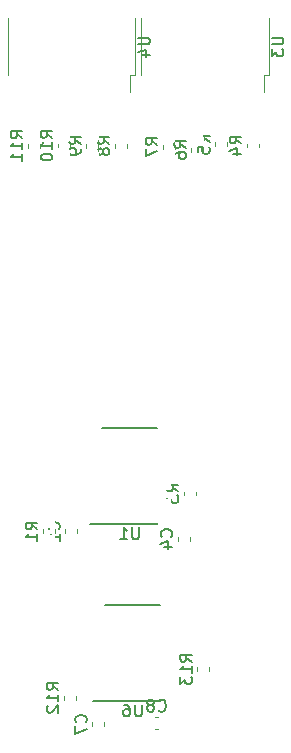
<source format=gbo>
%TF.GenerationSoftware,KiCad,Pcbnew,5.0.2+dfsg1-1*%
%TF.CreationDate,2021-12-28T09:45:32+01:00*%
%TF.ProjectId,GbSwitchFp,47625377-6974-4636-9846-702e6b696361,rev?*%
%TF.SameCoordinates,Original*%
%TF.FileFunction,Legend,Bot*%
%TF.FilePolarity,Positive*%
%FSLAX46Y46*%
G04 Gerber Fmt 4.6, Leading zero omitted, Abs format (unit mm)*
G04 Created by KiCad (PCBNEW 5.0.2+dfsg1-1) date Tue 28 Dec 2021 09:45:32 AM CET*
%MOMM*%
%LPD*%
G01*
G04 APERTURE LIST*
%ADD10C,0.120000*%
%ADD11C,0.150000*%
%ADD12C,1.802000*%
%ADD13O,1.802000X1.802000*%
%ADD14R,1.802000X1.802000*%
%ADD15C,0.100000*%
%ADD16C,0.977000*%
%ADD17R,2.102000X11.102000*%
%ADD18C,2.702000*%
%ADD19R,0.902000X1.402000*%
%ADD20R,1.202000X0.502000*%
G04 APERTURE END LIST*
D10*
X124335000Y-114924721D02*
X124335000Y-115250279D01*
X123315000Y-114924721D02*
X123315000Y-115250279D01*
X132840000Y-115559721D02*
X132840000Y-115885279D01*
X133860000Y-115559721D02*
X133860000Y-115885279D01*
X126621000Y-131272721D02*
X126621000Y-131598279D01*
X125601000Y-131272721D02*
X125601000Y-131598279D01*
X131201279Y-130824000D02*
X130875721Y-130824000D01*
X131201279Y-131844000D02*
X130875721Y-131844000D01*
X118430000Y-76466000D02*
X118430000Y-71666000D01*
X129230000Y-76466000D02*
X129230000Y-71666000D01*
X128830000Y-76466000D02*
X128830000Y-77866000D01*
X129230000Y-76466000D02*
X128830000Y-76466000D01*
X140523000Y-76466000D02*
X140123000Y-76466000D01*
X140123000Y-76466000D02*
X140123000Y-77866000D01*
X140523000Y-76466000D02*
X140523000Y-71666000D01*
X129723000Y-76466000D02*
X129723000Y-71666000D01*
D11*
X126453000Y-106338000D02*
X131103000Y-106338000D01*
X125378000Y-114438000D02*
X131103000Y-114438000D01*
X126453000Y-106338000D02*
X126453000Y-106363000D01*
X131103000Y-106338000D02*
X131103000Y-106363000D01*
X131103000Y-114388000D02*
X131103000Y-114363000D01*
X131357000Y-129390000D02*
X131357000Y-129365000D01*
X131357000Y-121340000D02*
X131357000Y-121365000D01*
X126707000Y-121340000D02*
X126707000Y-121365000D01*
X125632000Y-129440000D02*
X131357000Y-129440000D01*
X126707000Y-121340000D02*
X131357000Y-121340000D01*
D10*
X133983000Y-82615721D02*
X133983000Y-82941279D01*
X135003000Y-82615721D02*
X135003000Y-82941279D01*
X137020000Y-82164721D02*
X137020000Y-82490279D01*
X136000000Y-82164721D02*
X136000000Y-82490279D01*
X138682000Y-82260221D02*
X138682000Y-82585779D01*
X139702000Y-82260221D02*
X139702000Y-82585779D01*
X134368000Y-111724221D02*
X134368000Y-112049779D01*
X133348000Y-111724221D02*
X133348000Y-112049779D01*
X122430000Y-114924721D02*
X122430000Y-115250279D01*
X121410000Y-114924721D02*
X121410000Y-115250279D01*
X131570000Y-82361721D02*
X131570000Y-82687279D01*
X132590000Y-82361721D02*
X132590000Y-82687279D01*
X128526000Y-82285721D02*
X128526000Y-82611279D01*
X127506000Y-82285721D02*
X127506000Y-82611279D01*
X125093000Y-82285721D02*
X125093000Y-82611279D01*
X126113000Y-82285721D02*
X126113000Y-82611279D01*
X123700000Y-82260221D02*
X123700000Y-82585779D01*
X122680000Y-82260221D02*
X122680000Y-82585779D01*
X120140000Y-82285721D02*
X120140000Y-82611279D01*
X121160000Y-82285721D02*
X121160000Y-82611279D01*
X124208000Y-129012221D02*
X124208000Y-129337779D01*
X123188000Y-129012221D02*
X123188000Y-129337779D01*
X134491000Y-126599221D02*
X134491000Y-126924779D01*
X135511000Y-126599221D02*
X135511000Y-126924779D01*
D11*
X122752142Y-114920833D02*
X122799761Y-114873214D01*
X122847380Y-114730357D01*
X122847380Y-114635119D01*
X122799761Y-114492261D01*
X122704523Y-114397023D01*
X122609285Y-114349404D01*
X122418809Y-114301785D01*
X122275952Y-114301785D01*
X122085476Y-114349404D01*
X121990238Y-114397023D01*
X121895000Y-114492261D01*
X121847380Y-114635119D01*
X121847380Y-114730357D01*
X121895000Y-114873214D01*
X121942619Y-114920833D01*
X122847380Y-115873214D02*
X122847380Y-115301785D01*
X122847380Y-115587500D02*
X121847380Y-115587500D01*
X121990238Y-115492261D01*
X122085476Y-115397023D01*
X122133095Y-115301785D01*
X132277142Y-115555833D02*
X132324761Y-115508214D01*
X132372380Y-115365357D01*
X132372380Y-115270119D01*
X132324761Y-115127261D01*
X132229523Y-115032023D01*
X132134285Y-114984404D01*
X131943809Y-114936785D01*
X131800952Y-114936785D01*
X131610476Y-114984404D01*
X131515238Y-115032023D01*
X131420000Y-115127261D01*
X131372380Y-115270119D01*
X131372380Y-115365357D01*
X131420000Y-115508214D01*
X131467619Y-115555833D01*
X131705714Y-116412976D02*
X132372380Y-116412976D01*
X131324761Y-116174880D02*
X132039047Y-115936785D01*
X132039047Y-116555833D01*
X125038142Y-131268833D02*
X125085761Y-131221214D01*
X125133380Y-131078357D01*
X125133380Y-130983119D01*
X125085761Y-130840261D01*
X124990523Y-130745023D01*
X124895285Y-130697404D01*
X124704809Y-130649785D01*
X124561952Y-130649785D01*
X124371476Y-130697404D01*
X124276238Y-130745023D01*
X124181000Y-130840261D01*
X124133380Y-130983119D01*
X124133380Y-131078357D01*
X124181000Y-131221214D01*
X124228619Y-131268833D01*
X124133380Y-131602166D02*
X124133380Y-132268833D01*
X125133380Y-131840261D01*
X131205166Y-130261142D02*
X131252785Y-130308761D01*
X131395642Y-130356380D01*
X131490880Y-130356380D01*
X131633738Y-130308761D01*
X131728976Y-130213523D01*
X131776595Y-130118285D01*
X131824214Y-129927809D01*
X131824214Y-129784952D01*
X131776595Y-129594476D01*
X131728976Y-129499238D01*
X131633738Y-129404000D01*
X131490880Y-129356380D01*
X131395642Y-129356380D01*
X131252785Y-129404000D01*
X131205166Y-129451619D01*
X130633738Y-129784952D02*
X130728976Y-129737333D01*
X130776595Y-129689714D01*
X130824214Y-129594476D01*
X130824214Y-129546857D01*
X130776595Y-129451619D01*
X130728976Y-129404000D01*
X130633738Y-129356380D01*
X130443261Y-129356380D01*
X130348023Y-129404000D01*
X130300404Y-129451619D01*
X130252785Y-129546857D01*
X130252785Y-129594476D01*
X130300404Y-129689714D01*
X130348023Y-129737333D01*
X130443261Y-129784952D01*
X130633738Y-129784952D01*
X130728976Y-129832571D01*
X130776595Y-129880190D01*
X130824214Y-129975428D01*
X130824214Y-130165904D01*
X130776595Y-130261142D01*
X130728976Y-130308761D01*
X130633738Y-130356380D01*
X130443261Y-130356380D01*
X130348023Y-130308761D01*
X130300404Y-130261142D01*
X130252785Y-130165904D01*
X130252785Y-129975428D01*
X130300404Y-129880190D01*
X130348023Y-129832571D01*
X130443261Y-129784952D01*
X129482380Y-73304095D02*
X130291904Y-73304095D01*
X130387142Y-73351714D01*
X130434761Y-73399333D01*
X130482380Y-73494571D01*
X130482380Y-73685047D01*
X130434761Y-73780285D01*
X130387142Y-73827904D01*
X130291904Y-73875523D01*
X129482380Y-73875523D01*
X129815714Y-74780285D02*
X130482380Y-74780285D01*
X129434761Y-74542190D02*
X130149047Y-74304095D01*
X130149047Y-74923142D01*
X140775380Y-73304095D02*
X141584904Y-73304095D01*
X141680142Y-73351714D01*
X141727761Y-73399333D01*
X141775380Y-73494571D01*
X141775380Y-73685047D01*
X141727761Y-73780285D01*
X141680142Y-73827904D01*
X141584904Y-73875523D01*
X140775380Y-73875523D01*
X140775380Y-74256476D02*
X140775380Y-74875523D01*
X141156333Y-74542190D01*
X141156333Y-74685047D01*
X141203952Y-74780285D01*
X141251571Y-74827904D01*
X141346809Y-74875523D01*
X141584904Y-74875523D01*
X141680142Y-74827904D01*
X141727761Y-74780285D01*
X141775380Y-74685047D01*
X141775380Y-74399333D01*
X141727761Y-74304095D01*
X141680142Y-74256476D01*
X129539904Y-114765380D02*
X129539904Y-115574904D01*
X129492285Y-115670142D01*
X129444666Y-115717761D01*
X129349428Y-115765380D01*
X129158952Y-115765380D01*
X129063714Y-115717761D01*
X129016095Y-115670142D01*
X128968476Y-115574904D01*
X128968476Y-114765380D01*
X127968476Y-115765380D02*
X128539904Y-115765380D01*
X128254190Y-115765380D02*
X128254190Y-114765380D01*
X128349428Y-114908238D01*
X128444666Y-115003476D01*
X128539904Y-115051095D01*
X129793904Y-129767380D02*
X129793904Y-130576904D01*
X129746285Y-130672142D01*
X129698666Y-130719761D01*
X129603428Y-130767380D01*
X129412952Y-130767380D01*
X129317714Y-130719761D01*
X129270095Y-130672142D01*
X129222476Y-130576904D01*
X129222476Y-129767380D01*
X128317714Y-129767380D02*
X128508190Y-129767380D01*
X128603428Y-129815000D01*
X128651047Y-129862619D01*
X128746285Y-130005476D01*
X128793904Y-130195952D01*
X128793904Y-130576904D01*
X128746285Y-130672142D01*
X128698666Y-130719761D01*
X128603428Y-130767380D01*
X128412952Y-130767380D01*
X128317714Y-130719761D01*
X128270095Y-130672142D01*
X128222476Y-130576904D01*
X128222476Y-130338809D01*
X128270095Y-130243571D01*
X128317714Y-130195952D01*
X128412952Y-130148333D01*
X128603428Y-130148333D01*
X128698666Y-130195952D01*
X128746285Y-130243571D01*
X128793904Y-130338809D01*
X133515380Y-82611833D02*
X133039190Y-82278500D01*
X133515380Y-82040404D02*
X132515380Y-82040404D01*
X132515380Y-82421357D01*
X132563000Y-82516595D01*
X132610619Y-82564214D01*
X132705857Y-82611833D01*
X132848714Y-82611833D01*
X132943952Y-82564214D01*
X132991571Y-82516595D01*
X133039190Y-82421357D01*
X133039190Y-82040404D01*
X132515380Y-83468976D02*
X132515380Y-83278500D01*
X132563000Y-83183261D01*
X132610619Y-83135642D01*
X132753476Y-83040404D01*
X132943952Y-82992785D01*
X133324904Y-82992785D01*
X133420142Y-83040404D01*
X133467761Y-83088023D01*
X133515380Y-83183261D01*
X133515380Y-83373738D01*
X133467761Y-83468976D01*
X133420142Y-83516595D01*
X133324904Y-83564214D01*
X133086809Y-83564214D01*
X132991571Y-83516595D01*
X132943952Y-83468976D01*
X132896333Y-83373738D01*
X132896333Y-83183261D01*
X132943952Y-83088023D01*
X132991571Y-83040404D01*
X133086809Y-82992785D01*
X135532380Y-82160833D02*
X135056190Y-81827500D01*
X135532380Y-81589404D02*
X134532380Y-81589404D01*
X134532380Y-81970357D01*
X134580000Y-82065595D01*
X134627619Y-82113214D01*
X134722857Y-82160833D01*
X134865714Y-82160833D01*
X134960952Y-82113214D01*
X135008571Y-82065595D01*
X135056190Y-81970357D01*
X135056190Y-81589404D01*
X134532380Y-83065595D02*
X134532380Y-82589404D01*
X135008571Y-82541785D01*
X134960952Y-82589404D01*
X134913333Y-82684642D01*
X134913333Y-82922738D01*
X134960952Y-83017976D01*
X135008571Y-83065595D01*
X135103809Y-83113214D01*
X135341904Y-83113214D01*
X135437142Y-83065595D01*
X135484761Y-83017976D01*
X135532380Y-82922738D01*
X135532380Y-82684642D01*
X135484761Y-82589404D01*
X135437142Y-82541785D01*
X138214380Y-82256333D02*
X137738190Y-81923000D01*
X138214380Y-81684904D02*
X137214380Y-81684904D01*
X137214380Y-82065857D01*
X137262000Y-82161095D01*
X137309619Y-82208714D01*
X137404857Y-82256333D01*
X137547714Y-82256333D01*
X137642952Y-82208714D01*
X137690571Y-82161095D01*
X137738190Y-82065857D01*
X137738190Y-81684904D01*
X137547714Y-83113476D02*
X138214380Y-83113476D01*
X137166761Y-82875380D02*
X137881047Y-82637285D01*
X137881047Y-83256333D01*
X132880380Y-111720333D02*
X132404190Y-111387000D01*
X132880380Y-111148904D02*
X131880380Y-111148904D01*
X131880380Y-111529857D01*
X131928000Y-111625095D01*
X131975619Y-111672714D01*
X132070857Y-111720333D01*
X132213714Y-111720333D01*
X132308952Y-111672714D01*
X132356571Y-111625095D01*
X132404190Y-111529857D01*
X132404190Y-111148904D01*
X131880380Y-112053666D02*
X131880380Y-112672714D01*
X132261333Y-112339380D01*
X132261333Y-112482238D01*
X132308952Y-112577476D01*
X132356571Y-112625095D01*
X132451809Y-112672714D01*
X132689904Y-112672714D01*
X132785142Y-112625095D01*
X132832761Y-112577476D01*
X132880380Y-112482238D01*
X132880380Y-112196523D01*
X132832761Y-112101285D01*
X132785142Y-112053666D01*
X120942380Y-114920833D02*
X120466190Y-114587500D01*
X120942380Y-114349404D02*
X119942380Y-114349404D01*
X119942380Y-114730357D01*
X119990000Y-114825595D01*
X120037619Y-114873214D01*
X120132857Y-114920833D01*
X120275714Y-114920833D01*
X120370952Y-114873214D01*
X120418571Y-114825595D01*
X120466190Y-114730357D01*
X120466190Y-114349404D01*
X120942380Y-115873214D02*
X120942380Y-115301785D01*
X120942380Y-115587500D02*
X119942380Y-115587500D01*
X120085238Y-115492261D01*
X120180476Y-115397023D01*
X120228095Y-115301785D01*
X131102380Y-82357833D02*
X130626190Y-82024500D01*
X131102380Y-81786404D02*
X130102380Y-81786404D01*
X130102380Y-82167357D01*
X130150000Y-82262595D01*
X130197619Y-82310214D01*
X130292857Y-82357833D01*
X130435714Y-82357833D01*
X130530952Y-82310214D01*
X130578571Y-82262595D01*
X130626190Y-82167357D01*
X130626190Y-81786404D01*
X130102380Y-82691166D02*
X130102380Y-83357833D01*
X131102380Y-82929261D01*
X127038380Y-82281833D02*
X126562190Y-81948500D01*
X127038380Y-81710404D02*
X126038380Y-81710404D01*
X126038380Y-82091357D01*
X126086000Y-82186595D01*
X126133619Y-82234214D01*
X126228857Y-82281833D01*
X126371714Y-82281833D01*
X126466952Y-82234214D01*
X126514571Y-82186595D01*
X126562190Y-82091357D01*
X126562190Y-81710404D01*
X126466952Y-82853261D02*
X126419333Y-82758023D01*
X126371714Y-82710404D01*
X126276476Y-82662785D01*
X126228857Y-82662785D01*
X126133619Y-82710404D01*
X126086000Y-82758023D01*
X126038380Y-82853261D01*
X126038380Y-83043738D01*
X126086000Y-83138976D01*
X126133619Y-83186595D01*
X126228857Y-83234214D01*
X126276476Y-83234214D01*
X126371714Y-83186595D01*
X126419333Y-83138976D01*
X126466952Y-83043738D01*
X126466952Y-82853261D01*
X126514571Y-82758023D01*
X126562190Y-82710404D01*
X126657428Y-82662785D01*
X126847904Y-82662785D01*
X126943142Y-82710404D01*
X126990761Y-82758023D01*
X127038380Y-82853261D01*
X127038380Y-83043738D01*
X126990761Y-83138976D01*
X126943142Y-83186595D01*
X126847904Y-83234214D01*
X126657428Y-83234214D01*
X126562190Y-83186595D01*
X126514571Y-83138976D01*
X126466952Y-83043738D01*
X124625380Y-82281833D02*
X124149190Y-81948500D01*
X124625380Y-81710404D02*
X123625380Y-81710404D01*
X123625380Y-82091357D01*
X123673000Y-82186595D01*
X123720619Y-82234214D01*
X123815857Y-82281833D01*
X123958714Y-82281833D01*
X124053952Y-82234214D01*
X124101571Y-82186595D01*
X124149190Y-82091357D01*
X124149190Y-81710404D01*
X124625380Y-82758023D02*
X124625380Y-82948500D01*
X124577761Y-83043738D01*
X124530142Y-83091357D01*
X124387285Y-83186595D01*
X124196809Y-83234214D01*
X123815857Y-83234214D01*
X123720619Y-83186595D01*
X123673000Y-83138976D01*
X123625380Y-83043738D01*
X123625380Y-82853261D01*
X123673000Y-82758023D01*
X123720619Y-82710404D01*
X123815857Y-82662785D01*
X124053952Y-82662785D01*
X124149190Y-82710404D01*
X124196809Y-82758023D01*
X124244428Y-82853261D01*
X124244428Y-83043738D01*
X124196809Y-83138976D01*
X124149190Y-83186595D01*
X124053952Y-83234214D01*
X122212380Y-81780142D02*
X121736190Y-81446809D01*
X122212380Y-81208714D02*
X121212380Y-81208714D01*
X121212380Y-81589666D01*
X121260000Y-81684904D01*
X121307619Y-81732523D01*
X121402857Y-81780142D01*
X121545714Y-81780142D01*
X121640952Y-81732523D01*
X121688571Y-81684904D01*
X121736190Y-81589666D01*
X121736190Y-81208714D01*
X122212380Y-82732523D02*
X122212380Y-82161095D01*
X122212380Y-82446809D02*
X121212380Y-82446809D01*
X121355238Y-82351571D01*
X121450476Y-82256333D01*
X121498095Y-82161095D01*
X121212380Y-83351571D02*
X121212380Y-83446809D01*
X121260000Y-83542047D01*
X121307619Y-83589666D01*
X121402857Y-83637285D01*
X121593333Y-83684904D01*
X121831428Y-83684904D01*
X122021904Y-83637285D01*
X122117142Y-83589666D01*
X122164761Y-83542047D01*
X122212380Y-83446809D01*
X122212380Y-83351571D01*
X122164761Y-83256333D01*
X122117142Y-83208714D01*
X122021904Y-83161095D01*
X121831428Y-83113476D01*
X121593333Y-83113476D01*
X121402857Y-83161095D01*
X121307619Y-83208714D01*
X121260000Y-83256333D01*
X121212380Y-83351571D01*
X119672380Y-81805642D02*
X119196190Y-81472309D01*
X119672380Y-81234214D02*
X118672380Y-81234214D01*
X118672380Y-81615166D01*
X118720000Y-81710404D01*
X118767619Y-81758023D01*
X118862857Y-81805642D01*
X119005714Y-81805642D01*
X119100952Y-81758023D01*
X119148571Y-81710404D01*
X119196190Y-81615166D01*
X119196190Y-81234214D01*
X119672380Y-82758023D02*
X119672380Y-82186595D01*
X119672380Y-82472309D02*
X118672380Y-82472309D01*
X118815238Y-82377071D01*
X118910476Y-82281833D01*
X118958095Y-82186595D01*
X119672380Y-83710404D02*
X119672380Y-83138976D01*
X119672380Y-83424690D02*
X118672380Y-83424690D01*
X118815238Y-83329452D01*
X118910476Y-83234214D01*
X118958095Y-83138976D01*
X122720380Y-128532142D02*
X122244190Y-128198809D01*
X122720380Y-127960714D02*
X121720380Y-127960714D01*
X121720380Y-128341666D01*
X121768000Y-128436904D01*
X121815619Y-128484523D01*
X121910857Y-128532142D01*
X122053714Y-128532142D01*
X122148952Y-128484523D01*
X122196571Y-128436904D01*
X122244190Y-128341666D01*
X122244190Y-127960714D01*
X122720380Y-129484523D02*
X122720380Y-128913095D01*
X122720380Y-129198809D02*
X121720380Y-129198809D01*
X121863238Y-129103571D01*
X121958476Y-129008333D01*
X122006095Y-128913095D01*
X121815619Y-129865476D02*
X121768000Y-129913095D01*
X121720380Y-130008333D01*
X121720380Y-130246428D01*
X121768000Y-130341666D01*
X121815619Y-130389285D01*
X121910857Y-130436904D01*
X122006095Y-130436904D01*
X122148952Y-130389285D01*
X122720380Y-129817857D01*
X122720380Y-130436904D01*
X134023380Y-126119142D02*
X133547190Y-125785809D01*
X134023380Y-125547714D02*
X133023380Y-125547714D01*
X133023380Y-125928666D01*
X133071000Y-126023904D01*
X133118619Y-126071523D01*
X133213857Y-126119142D01*
X133356714Y-126119142D01*
X133451952Y-126071523D01*
X133499571Y-126023904D01*
X133547190Y-125928666D01*
X133547190Y-125547714D01*
X134023380Y-127071523D02*
X134023380Y-126500095D01*
X134023380Y-126785809D02*
X133023380Y-126785809D01*
X133166238Y-126690571D01*
X133261476Y-126595333D01*
X133309095Y-126500095D01*
X133023380Y-127404857D02*
X133023380Y-128023904D01*
X133404333Y-127690571D01*
X133404333Y-127833428D01*
X133451952Y-127928666D01*
X133499571Y-127976285D01*
X133594809Y-128023904D01*
X133832904Y-128023904D01*
X133928142Y-127976285D01*
X133975761Y-127928666D01*
X134023380Y-127833428D01*
X134023380Y-127547714D01*
X133975761Y-127452476D01*
X133928142Y-127404857D01*
%LPC*%
D12*
X118872000Y-139446000D03*
X118872000Y-136906000D03*
X118872000Y-134366000D03*
X118872000Y-131826000D03*
X118872000Y-129286000D03*
X118872000Y-126746000D03*
X118872000Y-124206000D03*
X118872000Y-121666000D03*
X118872000Y-119126000D03*
X118872000Y-116586000D03*
X118872000Y-114046000D03*
X118872000Y-111506000D03*
X118872000Y-108966000D03*
X118872000Y-106426000D03*
X118872000Y-103886000D03*
X118872000Y-101346000D03*
X118872000Y-98806000D03*
X118872000Y-96266000D03*
X118872000Y-93726000D03*
X118872000Y-91186000D03*
X118872000Y-88646000D03*
X118872000Y-86106000D03*
X139192000Y-86106000D03*
X139192000Y-88646000D03*
X139192000Y-91186000D03*
X139192000Y-93726000D03*
X139192000Y-96266000D03*
X139192000Y-98806000D03*
X139192000Y-101346000D03*
X139192000Y-103886000D03*
X139192000Y-106426000D03*
X139192000Y-108966000D03*
X139192000Y-111506000D03*
X139192000Y-114046000D03*
X139192000Y-116586000D03*
X139192000Y-119126000D03*
X139192000Y-121666000D03*
X139192000Y-124206000D03*
X139192000Y-126746000D03*
X139192000Y-129286000D03*
X139192000Y-131826000D03*
X139192000Y-134366000D03*
X139192000Y-136906000D03*
X139192000Y-139446000D03*
D13*
X109982000Y-80137000D03*
X109982000Y-77597000D03*
X109982000Y-75057000D03*
X109982000Y-72517000D03*
X109982000Y-69977000D03*
D14*
X109982000Y-67437000D03*
D13*
X109982000Y-88138000D03*
X109982000Y-90678000D03*
X109982000Y-93218000D03*
X109982000Y-95758000D03*
X109982000Y-98298000D03*
X109982000Y-100838000D03*
D14*
X109982000Y-103378000D03*
D15*
G36*
X124130691Y-115387676D02*
X124154401Y-115391193D01*
X124177652Y-115397017D01*
X124200220Y-115405092D01*
X124221889Y-115415341D01*
X124242448Y-115427664D01*
X124261701Y-115441942D01*
X124279461Y-115458039D01*
X124295558Y-115475799D01*
X124309836Y-115495052D01*
X124322159Y-115515611D01*
X124332408Y-115537280D01*
X124340483Y-115559848D01*
X124346307Y-115583099D01*
X124349824Y-115606809D01*
X124351000Y-115630750D01*
X124351000Y-116119250D01*
X124349824Y-116143191D01*
X124346307Y-116166901D01*
X124340483Y-116190152D01*
X124332408Y-116212720D01*
X124322159Y-116234389D01*
X124309836Y-116254948D01*
X124295558Y-116274201D01*
X124279461Y-116291961D01*
X124261701Y-116308058D01*
X124242448Y-116322336D01*
X124221889Y-116334659D01*
X124200220Y-116344908D01*
X124177652Y-116352983D01*
X124154401Y-116358807D01*
X124130691Y-116362324D01*
X124106750Y-116363500D01*
X123543250Y-116363500D01*
X123519309Y-116362324D01*
X123495599Y-116358807D01*
X123472348Y-116352983D01*
X123449780Y-116344908D01*
X123428111Y-116334659D01*
X123407552Y-116322336D01*
X123388299Y-116308058D01*
X123370539Y-116291961D01*
X123354442Y-116274201D01*
X123340164Y-116254948D01*
X123327841Y-116234389D01*
X123317592Y-116212720D01*
X123309517Y-116190152D01*
X123303693Y-116166901D01*
X123300176Y-116143191D01*
X123299000Y-116119250D01*
X123299000Y-115630750D01*
X123300176Y-115606809D01*
X123303693Y-115583099D01*
X123309517Y-115559848D01*
X123317592Y-115537280D01*
X123327841Y-115515611D01*
X123340164Y-115495052D01*
X123354442Y-115475799D01*
X123370539Y-115458039D01*
X123388299Y-115441942D01*
X123407552Y-115427664D01*
X123428111Y-115415341D01*
X123449780Y-115405092D01*
X123472348Y-115397017D01*
X123495599Y-115391193D01*
X123519309Y-115387676D01*
X123543250Y-115386500D01*
X124106750Y-115386500D01*
X124130691Y-115387676D01*
X124130691Y-115387676D01*
G37*
D16*
X123825000Y-115875000D03*
D15*
G36*
X124130691Y-113812676D02*
X124154401Y-113816193D01*
X124177652Y-113822017D01*
X124200220Y-113830092D01*
X124221889Y-113840341D01*
X124242448Y-113852664D01*
X124261701Y-113866942D01*
X124279461Y-113883039D01*
X124295558Y-113900799D01*
X124309836Y-113920052D01*
X124322159Y-113940611D01*
X124332408Y-113962280D01*
X124340483Y-113984848D01*
X124346307Y-114008099D01*
X124349824Y-114031809D01*
X124351000Y-114055750D01*
X124351000Y-114544250D01*
X124349824Y-114568191D01*
X124346307Y-114591901D01*
X124340483Y-114615152D01*
X124332408Y-114637720D01*
X124322159Y-114659389D01*
X124309836Y-114679948D01*
X124295558Y-114699201D01*
X124279461Y-114716961D01*
X124261701Y-114733058D01*
X124242448Y-114747336D01*
X124221889Y-114759659D01*
X124200220Y-114769908D01*
X124177652Y-114777983D01*
X124154401Y-114783807D01*
X124130691Y-114787324D01*
X124106750Y-114788500D01*
X123543250Y-114788500D01*
X123519309Y-114787324D01*
X123495599Y-114783807D01*
X123472348Y-114777983D01*
X123449780Y-114769908D01*
X123428111Y-114759659D01*
X123407552Y-114747336D01*
X123388299Y-114733058D01*
X123370539Y-114716961D01*
X123354442Y-114699201D01*
X123340164Y-114679948D01*
X123327841Y-114659389D01*
X123317592Y-114637720D01*
X123309517Y-114615152D01*
X123303693Y-114591901D01*
X123300176Y-114568191D01*
X123299000Y-114544250D01*
X123299000Y-114055750D01*
X123300176Y-114031809D01*
X123303693Y-114008099D01*
X123309517Y-113984848D01*
X123317592Y-113962280D01*
X123327841Y-113940611D01*
X123340164Y-113920052D01*
X123354442Y-113900799D01*
X123370539Y-113883039D01*
X123388299Y-113866942D01*
X123407552Y-113852664D01*
X123428111Y-113840341D01*
X123449780Y-113830092D01*
X123472348Y-113822017D01*
X123495599Y-113816193D01*
X123519309Y-113812676D01*
X123543250Y-113811500D01*
X124106750Y-113811500D01*
X124130691Y-113812676D01*
X124130691Y-113812676D01*
G37*
D16*
X123825000Y-114300000D03*
D15*
G36*
X133655691Y-114447676D02*
X133679401Y-114451193D01*
X133702652Y-114457017D01*
X133725220Y-114465092D01*
X133746889Y-114475341D01*
X133767448Y-114487664D01*
X133786701Y-114501942D01*
X133804461Y-114518039D01*
X133820558Y-114535799D01*
X133834836Y-114555052D01*
X133847159Y-114575611D01*
X133857408Y-114597280D01*
X133865483Y-114619848D01*
X133871307Y-114643099D01*
X133874824Y-114666809D01*
X133876000Y-114690750D01*
X133876000Y-115179250D01*
X133874824Y-115203191D01*
X133871307Y-115226901D01*
X133865483Y-115250152D01*
X133857408Y-115272720D01*
X133847159Y-115294389D01*
X133834836Y-115314948D01*
X133820558Y-115334201D01*
X133804461Y-115351961D01*
X133786701Y-115368058D01*
X133767448Y-115382336D01*
X133746889Y-115394659D01*
X133725220Y-115404908D01*
X133702652Y-115412983D01*
X133679401Y-115418807D01*
X133655691Y-115422324D01*
X133631750Y-115423500D01*
X133068250Y-115423500D01*
X133044309Y-115422324D01*
X133020599Y-115418807D01*
X132997348Y-115412983D01*
X132974780Y-115404908D01*
X132953111Y-115394659D01*
X132932552Y-115382336D01*
X132913299Y-115368058D01*
X132895539Y-115351961D01*
X132879442Y-115334201D01*
X132865164Y-115314948D01*
X132852841Y-115294389D01*
X132842592Y-115272720D01*
X132834517Y-115250152D01*
X132828693Y-115226901D01*
X132825176Y-115203191D01*
X132824000Y-115179250D01*
X132824000Y-114690750D01*
X132825176Y-114666809D01*
X132828693Y-114643099D01*
X132834517Y-114619848D01*
X132842592Y-114597280D01*
X132852841Y-114575611D01*
X132865164Y-114555052D01*
X132879442Y-114535799D01*
X132895539Y-114518039D01*
X132913299Y-114501942D01*
X132932552Y-114487664D01*
X132953111Y-114475341D01*
X132974780Y-114465092D01*
X132997348Y-114457017D01*
X133020599Y-114451193D01*
X133044309Y-114447676D01*
X133068250Y-114446500D01*
X133631750Y-114446500D01*
X133655691Y-114447676D01*
X133655691Y-114447676D01*
G37*
D16*
X133350000Y-114935000D03*
D15*
G36*
X133655691Y-116022676D02*
X133679401Y-116026193D01*
X133702652Y-116032017D01*
X133725220Y-116040092D01*
X133746889Y-116050341D01*
X133767448Y-116062664D01*
X133786701Y-116076942D01*
X133804461Y-116093039D01*
X133820558Y-116110799D01*
X133834836Y-116130052D01*
X133847159Y-116150611D01*
X133857408Y-116172280D01*
X133865483Y-116194848D01*
X133871307Y-116218099D01*
X133874824Y-116241809D01*
X133876000Y-116265750D01*
X133876000Y-116754250D01*
X133874824Y-116778191D01*
X133871307Y-116801901D01*
X133865483Y-116825152D01*
X133857408Y-116847720D01*
X133847159Y-116869389D01*
X133834836Y-116889948D01*
X133820558Y-116909201D01*
X133804461Y-116926961D01*
X133786701Y-116943058D01*
X133767448Y-116957336D01*
X133746889Y-116969659D01*
X133725220Y-116979908D01*
X133702652Y-116987983D01*
X133679401Y-116993807D01*
X133655691Y-116997324D01*
X133631750Y-116998500D01*
X133068250Y-116998500D01*
X133044309Y-116997324D01*
X133020599Y-116993807D01*
X132997348Y-116987983D01*
X132974780Y-116979908D01*
X132953111Y-116969659D01*
X132932552Y-116957336D01*
X132913299Y-116943058D01*
X132895539Y-116926961D01*
X132879442Y-116909201D01*
X132865164Y-116889948D01*
X132852841Y-116869389D01*
X132842592Y-116847720D01*
X132834517Y-116825152D01*
X132828693Y-116801901D01*
X132825176Y-116778191D01*
X132824000Y-116754250D01*
X132824000Y-116265750D01*
X132825176Y-116241809D01*
X132828693Y-116218099D01*
X132834517Y-116194848D01*
X132842592Y-116172280D01*
X132852841Y-116150611D01*
X132865164Y-116130052D01*
X132879442Y-116110799D01*
X132895539Y-116093039D01*
X132913299Y-116076942D01*
X132932552Y-116062664D01*
X132953111Y-116050341D01*
X132974780Y-116040092D01*
X132997348Y-116032017D01*
X133020599Y-116026193D01*
X133044309Y-116022676D01*
X133068250Y-116021500D01*
X133631750Y-116021500D01*
X133655691Y-116022676D01*
X133655691Y-116022676D01*
G37*
D16*
X133350000Y-116510000D03*
D15*
G36*
X126416691Y-131735676D02*
X126440401Y-131739193D01*
X126463652Y-131745017D01*
X126486220Y-131753092D01*
X126507889Y-131763341D01*
X126528448Y-131775664D01*
X126547701Y-131789942D01*
X126565461Y-131806039D01*
X126581558Y-131823799D01*
X126595836Y-131843052D01*
X126608159Y-131863611D01*
X126618408Y-131885280D01*
X126626483Y-131907848D01*
X126632307Y-131931099D01*
X126635824Y-131954809D01*
X126637000Y-131978750D01*
X126637000Y-132467250D01*
X126635824Y-132491191D01*
X126632307Y-132514901D01*
X126626483Y-132538152D01*
X126618408Y-132560720D01*
X126608159Y-132582389D01*
X126595836Y-132602948D01*
X126581558Y-132622201D01*
X126565461Y-132639961D01*
X126547701Y-132656058D01*
X126528448Y-132670336D01*
X126507889Y-132682659D01*
X126486220Y-132692908D01*
X126463652Y-132700983D01*
X126440401Y-132706807D01*
X126416691Y-132710324D01*
X126392750Y-132711500D01*
X125829250Y-132711500D01*
X125805309Y-132710324D01*
X125781599Y-132706807D01*
X125758348Y-132700983D01*
X125735780Y-132692908D01*
X125714111Y-132682659D01*
X125693552Y-132670336D01*
X125674299Y-132656058D01*
X125656539Y-132639961D01*
X125640442Y-132622201D01*
X125626164Y-132602948D01*
X125613841Y-132582389D01*
X125603592Y-132560720D01*
X125595517Y-132538152D01*
X125589693Y-132514901D01*
X125586176Y-132491191D01*
X125585000Y-132467250D01*
X125585000Y-131978750D01*
X125586176Y-131954809D01*
X125589693Y-131931099D01*
X125595517Y-131907848D01*
X125603592Y-131885280D01*
X125613841Y-131863611D01*
X125626164Y-131843052D01*
X125640442Y-131823799D01*
X125656539Y-131806039D01*
X125674299Y-131789942D01*
X125693552Y-131775664D01*
X125714111Y-131763341D01*
X125735780Y-131753092D01*
X125758348Y-131745017D01*
X125781599Y-131739193D01*
X125805309Y-131735676D01*
X125829250Y-131734500D01*
X126392750Y-131734500D01*
X126416691Y-131735676D01*
X126416691Y-131735676D01*
G37*
D16*
X126111000Y-132223000D03*
D15*
G36*
X126416691Y-130160676D02*
X126440401Y-130164193D01*
X126463652Y-130170017D01*
X126486220Y-130178092D01*
X126507889Y-130188341D01*
X126528448Y-130200664D01*
X126547701Y-130214942D01*
X126565461Y-130231039D01*
X126581558Y-130248799D01*
X126595836Y-130268052D01*
X126608159Y-130288611D01*
X126618408Y-130310280D01*
X126626483Y-130332848D01*
X126632307Y-130356099D01*
X126635824Y-130379809D01*
X126637000Y-130403750D01*
X126637000Y-130892250D01*
X126635824Y-130916191D01*
X126632307Y-130939901D01*
X126626483Y-130963152D01*
X126618408Y-130985720D01*
X126608159Y-131007389D01*
X126595836Y-131027948D01*
X126581558Y-131047201D01*
X126565461Y-131064961D01*
X126547701Y-131081058D01*
X126528448Y-131095336D01*
X126507889Y-131107659D01*
X126486220Y-131117908D01*
X126463652Y-131125983D01*
X126440401Y-131131807D01*
X126416691Y-131135324D01*
X126392750Y-131136500D01*
X125829250Y-131136500D01*
X125805309Y-131135324D01*
X125781599Y-131131807D01*
X125758348Y-131125983D01*
X125735780Y-131117908D01*
X125714111Y-131107659D01*
X125693552Y-131095336D01*
X125674299Y-131081058D01*
X125656539Y-131064961D01*
X125640442Y-131047201D01*
X125626164Y-131027948D01*
X125613841Y-131007389D01*
X125603592Y-130985720D01*
X125595517Y-130963152D01*
X125589693Y-130939901D01*
X125586176Y-130916191D01*
X125585000Y-130892250D01*
X125585000Y-130403750D01*
X125586176Y-130379809D01*
X125589693Y-130356099D01*
X125595517Y-130332848D01*
X125603592Y-130310280D01*
X125613841Y-130288611D01*
X125626164Y-130268052D01*
X125640442Y-130248799D01*
X125656539Y-130231039D01*
X125674299Y-130214942D01*
X125693552Y-130200664D01*
X125714111Y-130188341D01*
X125735780Y-130178092D01*
X125758348Y-130170017D01*
X125781599Y-130164193D01*
X125805309Y-130160676D01*
X125829250Y-130159500D01*
X126392750Y-130159500D01*
X126416691Y-130160676D01*
X126416691Y-130160676D01*
G37*
D16*
X126111000Y-130648000D03*
D15*
G36*
X132094191Y-130809176D02*
X132117901Y-130812693D01*
X132141152Y-130818517D01*
X132163720Y-130826592D01*
X132185389Y-130836841D01*
X132205948Y-130849164D01*
X132225201Y-130863442D01*
X132242961Y-130879539D01*
X132259058Y-130897299D01*
X132273336Y-130916552D01*
X132285659Y-130937111D01*
X132295908Y-130958780D01*
X132303983Y-130981348D01*
X132309807Y-131004599D01*
X132313324Y-131028309D01*
X132314500Y-131052250D01*
X132314500Y-131615750D01*
X132313324Y-131639691D01*
X132309807Y-131663401D01*
X132303983Y-131686652D01*
X132295908Y-131709220D01*
X132285659Y-131730889D01*
X132273336Y-131751448D01*
X132259058Y-131770701D01*
X132242961Y-131788461D01*
X132225201Y-131804558D01*
X132205948Y-131818836D01*
X132185389Y-131831159D01*
X132163720Y-131841408D01*
X132141152Y-131849483D01*
X132117901Y-131855307D01*
X132094191Y-131858824D01*
X132070250Y-131860000D01*
X131581750Y-131860000D01*
X131557809Y-131858824D01*
X131534099Y-131855307D01*
X131510848Y-131849483D01*
X131488280Y-131841408D01*
X131466611Y-131831159D01*
X131446052Y-131818836D01*
X131426799Y-131804558D01*
X131409039Y-131788461D01*
X131392942Y-131770701D01*
X131378664Y-131751448D01*
X131366341Y-131730889D01*
X131356092Y-131709220D01*
X131348017Y-131686652D01*
X131342193Y-131663401D01*
X131338676Y-131639691D01*
X131337500Y-131615750D01*
X131337500Y-131052250D01*
X131338676Y-131028309D01*
X131342193Y-131004599D01*
X131348017Y-130981348D01*
X131356092Y-130958780D01*
X131366341Y-130937111D01*
X131378664Y-130916552D01*
X131392942Y-130897299D01*
X131409039Y-130879539D01*
X131426799Y-130863442D01*
X131446052Y-130849164D01*
X131466611Y-130836841D01*
X131488280Y-130826592D01*
X131510848Y-130818517D01*
X131534099Y-130812693D01*
X131557809Y-130809176D01*
X131581750Y-130808000D01*
X132070250Y-130808000D01*
X132094191Y-130809176D01*
X132094191Y-130809176D01*
G37*
D16*
X131826000Y-131334000D03*
D15*
G36*
X130519191Y-130809176D02*
X130542901Y-130812693D01*
X130566152Y-130818517D01*
X130588720Y-130826592D01*
X130610389Y-130836841D01*
X130630948Y-130849164D01*
X130650201Y-130863442D01*
X130667961Y-130879539D01*
X130684058Y-130897299D01*
X130698336Y-130916552D01*
X130710659Y-130937111D01*
X130720908Y-130958780D01*
X130728983Y-130981348D01*
X130734807Y-131004599D01*
X130738324Y-131028309D01*
X130739500Y-131052250D01*
X130739500Y-131615750D01*
X130738324Y-131639691D01*
X130734807Y-131663401D01*
X130728983Y-131686652D01*
X130720908Y-131709220D01*
X130710659Y-131730889D01*
X130698336Y-131751448D01*
X130684058Y-131770701D01*
X130667961Y-131788461D01*
X130650201Y-131804558D01*
X130630948Y-131818836D01*
X130610389Y-131831159D01*
X130588720Y-131841408D01*
X130566152Y-131849483D01*
X130542901Y-131855307D01*
X130519191Y-131858824D01*
X130495250Y-131860000D01*
X130006750Y-131860000D01*
X129982809Y-131858824D01*
X129959099Y-131855307D01*
X129935848Y-131849483D01*
X129913280Y-131841408D01*
X129891611Y-131831159D01*
X129871052Y-131818836D01*
X129851799Y-131804558D01*
X129834039Y-131788461D01*
X129817942Y-131770701D01*
X129803664Y-131751448D01*
X129791341Y-131730889D01*
X129781092Y-131709220D01*
X129773017Y-131686652D01*
X129767193Y-131663401D01*
X129763676Y-131639691D01*
X129762500Y-131615750D01*
X129762500Y-131052250D01*
X129763676Y-131028309D01*
X129767193Y-131004599D01*
X129773017Y-130981348D01*
X129781092Y-130958780D01*
X129791341Y-130937111D01*
X129803664Y-130916552D01*
X129817942Y-130897299D01*
X129834039Y-130879539D01*
X129851799Y-130863442D01*
X129871052Y-130849164D01*
X129891611Y-130836841D01*
X129913280Y-130826592D01*
X129935848Y-130818517D01*
X129959099Y-130812693D01*
X129982809Y-130809176D01*
X130006750Y-130808000D01*
X130495250Y-130808000D01*
X130519191Y-130809176D01*
X130519191Y-130809176D01*
G37*
D16*
X130251000Y-131334000D03*
D17*
X122916000Y-57023000D03*
X125456000Y-57023000D03*
X127996000Y-57023000D03*
X130556000Y-57023000D03*
X133076000Y-57023000D03*
X135616000Y-57023000D03*
X138156000Y-57023000D03*
D18*
X148336000Y-129031000D03*
X148336000Y-125031000D03*
X148336000Y-121031000D03*
X148336000Y-114531000D03*
X148336000Y-110531000D03*
X148336000Y-106531000D03*
X148336000Y-102531000D03*
D19*
X128280000Y-70916000D03*
X127000000Y-70916000D03*
X125740000Y-70916000D03*
X124470000Y-70916000D03*
X123190000Y-70916000D03*
X121920000Y-70916000D03*
X120660000Y-70916000D03*
X119380000Y-70916000D03*
X119380000Y-77216000D03*
X120660000Y-77216000D03*
X121920000Y-77216000D03*
X123190000Y-77216000D03*
X124470000Y-77216000D03*
X125740000Y-77216000D03*
X127000000Y-77216000D03*
X128280000Y-77216000D03*
X139573000Y-77216000D03*
X138293000Y-77216000D03*
X137033000Y-77216000D03*
X135763000Y-77216000D03*
X134483000Y-77216000D03*
X133213000Y-77216000D03*
X131953000Y-77216000D03*
X130673000Y-77216000D03*
X130673000Y-70916000D03*
X131953000Y-70916000D03*
X133213000Y-70916000D03*
X134483000Y-70916000D03*
X135763000Y-70916000D03*
X137033000Y-70916000D03*
X138293000Y-70916000D03*
X139573000Y-70916000D03*
D20*
X131628000Y-113938000D03*
X131628000Y-113288000D03*
X131628000Y-112638000D03*
X131628000Y-111988000D03*
X131628000Y-111338000D03*
X131628000Y-110688000D03*
X131628000Y-110038000D03*
X131628000Y-109388000D03*
X131628000Y-108738000D03*
X131628000Y-108088000D03*
X131628000Y-107438000D03*
X131628000Y-106788000D03*
X125928000Y-106788000D03*
X125928000Y-107438000D03*
X125928000Y-108088000D03*
X125928000Y-108738000D03*
X125928000Y-109388000D03*
X125928000Y-110038000D03*
X125928000Y-110688000D03*
X125928000Y-111338000D03*
X125928000Y-111988000D03*
X125928000Y-112638000D03*
X125928000Y-113288000D03*
X125928000Y-113938000D03*
X126182000Y-128940000D03*
X126182000Y-128290000D03*
X126182000Y-127640000D03*
X126182000Y-126990000D03*
X126182000Y-126340000D03*
X126182000Y-125690000D03*
X126182000Y-125040000D03*
X126182000Y-124390000D03*
X126182000Y-123740000D03*
X126182000Y-123090000D03*
X126182000Y-122440000D03*
X126182000Y-121790000D03*
X131882000Y-121790000D03*
X131882000Y-122440000D03*
X131882000Y-123090000D03*
X131882000Y-123740000D03*
X131882000Y-124390000D03*
X131882000Y-125040000D03*
X131882000Y-125690000D03*
X131882000Y-126340000D03*
X131882000Y-126990000D03*
X131882000Y-127640000D03*
X131882000Y-128290000D03*
X131882000Y-128940000D03*
D15*
G36*
X134798691Y-81503676D02*
X134822401Y-81507193D01*
X134845652Y-81513017D01*
X134868220Y-81521092D01*
X134889889Y-81531341D01*
X134910448Y-81543664D01*
X134929701Y-81557942D01*
X134947461Y-81574039D01*
X134963558Y-81591799D01*
X134977836Y-81611052D01*
X134990159Y-81631611D01*
X135000408Y-81653280D01*
X135008483Y-81675848D01*
X135014307Y-81699099D01*
X135017824Y-81722809D01*
X135019000Y-81746750D01*
X135019000Y-82235250D01*
X135017824Y-82259191D01*
X135014307Y-82282901D01*
X135008483Y-82306152D01*
X135000408Y-82328720D01*
X134990159Y-82350389D01*
X134977836Y-82370948D01*
X134963558Y-82390201D01*
X134947461Y-82407961D01*
X134929701Y-82424058D01*
X134910448Y-82438336D01*
X134889889Y-82450659D01*
X134868220Y-82460908D01*
X134845652Y-82468983D01*
X134822401Y-82474807D01*
X134798691Y-82478324D01*
X134774750Y-82479500D01*
X134211250Y-82479500D01*
X134187309Y-82478324D01*
X134163599Y-82474807D01*
X134140348Y-82468983D01*
X134117780Y-82460908D01*
X134096111Y-82450659D01*
X134075552Y-82438336D01*
X134056299Y-82424058D01*
X134038539Y-82407961D01*
X134022442Y-82390201D01*
X134008164Y-82370948D01*
X133995841Y-82350389D01*
X133985592Y-82328720D01*
X133977517Y-82306152D01*
X133971693Y-82282901D01*
X133968176Y-82259191D01*
X133967000Y-82235250D01*
X133967000Y-81746750D01*
X133968176Y-81722809D01*
X133971693Y-81699099D01*
X133977517Y-81675848D01*
X133985592Y-81653280D01*
X133995841Y-81631611D01*
X134008164Y-81611052D01*
X134022442Y-81591799D01*
X134038539Y-81574039D01*
X134056299Y-81557942D01*
X134075552Y-81543664D01*
X134096111Y-81531341D01*
X134117780Y-81521092D01*
X134140348Y-81513017D01*
X134163599Y-81507193D01*
X134187309Y-81503676D01*
X134211250Y-81502500D01*
X134774750Y-81502500D01*
X134798691Y-81503676D01*
X134798691Y-81503676D01*
G37*
D16*
X134493000Y-81991000D03*
D15*
G36*
X134798691Y-83078676D02*
X134822401Y-83082193D01*
X134845652Y-83088017D01*
X134868220Y-83096092D01*
X134889889Y-83106341D01*
X134910448Y-83118664D01*
X134929701Y-83132942D01*
X134947461Y-83149039D01*
X134963558Y-83166799D01*
X134977836Y-83186052D01*
X134990159Y-83206611D01*
X135000408Y-83228280D01*
X135008483Y-83250848D01*
X135014307Y-83274099D01*
X135017824Y-83297809D01*
X135019000Y-83321750D01*
X135019000Y-83810250D01*
X135017824Y-83834191D01*
X135014307Y-83857901D01*
X135008483Y-83881152D01*
X135000408Y-83903720D01*
X134990159Y-83925389D01*
X134977836Y-83945948D01*
X134963558Y-83965201D01*
X134947461Y-83982961D01*
X134929701Y-83999058D01*
X134910448Y-84013336D01*
X134889889Y-84025659D01*
X134868220Y-84035908D01*
X134845652Y-84043983D01*
X134822401Y-84049807D01*
X134798691Y-84053324D01*
X134774750Y-84054500D01*
X134211250Y-84054500D01*
X134187309Y-84053324D01*
X134163599Y-84049807D01*
X134140348Y-84043983D01*
X134117780Y-84035908D01*
X134096111Y-84025659D01*
X134075552Y-84013336D01*
X134056299Y-83999058D01*
X134038539Y-83982961D01*
X134022442Y-83965201D01*
X134008164Y-83945948D01*
X133995841Y-83925389D01*
X133985592Y-83903720D01*
X133977517Y-83881152D01*
X133971693Y-83857901D01*
X133968176Y-83834191D01*
X133967000Y-83810250D01*
X133967000Y-83321750D01*
X133968176Y-83297809D01*
X133971693Y-83274099D01*
X133977517Y-83250848D01*
X133985592Y-83228280D01*
X133995841Y-83206611D01*
X134008164Y-83186052D01*
X134022442Y-83166799D01*
X134038539Y-83149039D01*
X134056299Y-83132942D01*
X134075552Y-83118664D01*
X134096111Y-83106341D01*
X134117780Y-83096092D01*
X134140348Y-83088017D01*
X134163599Y-83082193D01*
X134187309Y-83078676D01*
X134211250Y-83077500D01*
X134774750Y-83077500D01*
X134798691Y-83078676D01*
X134798691Y-83078676D01*
G37*
D16*
X134493000Y-83566000D03*
D15*
G36*
X136815691Y-82627676D02*
X136839401Y-82631193D01*
X136862652Y-82637017D01*
X136885220Y-82645092D01*
X136906889Y-82655341D01*
X136927448Y-82667664D01*
X136946701Y-82681942D01*
X136964461Y-82698039D01*
X136980558Y-82715799D01*
X136994836Y-82735052D01*
X137007159Y-82755611D01*
X137017408Y-82777280D01*
X137025483Y-82799848D01*
X137031307Y-82823099D01*
X137034824Y-82846809D01*
X137036000Y-82870750D01*
X137036000Y-83359250D01*
X137034824Y-83383191D01*
X137031307Y-83406901D01*
X137025483Y-83430152D01*
X137017408Y-83452720D01*
X137007159Y-83474389D01*
X136994836Y-83494948D01*
X136980558Y-83514201D01*
X136964461Y-83531961D01*
X136946701Y-83548058D01*
X136927448Y-83562336D01*
X136906889Y-83574659D01*
X136885220Y-83584908D01*
X136862652Y-83592983D01*
X136839401Y-83598807D01*
X136815691Y-83602324D01*
X136791750Y-83603500D01*
X136228250Y-83603500D01*
X136204309Y-83602324D01*
X136180599Y-83598807D01*
X136157348Y-83592983D01*
X136134780Y-83584908D01*
X136113111Y-83574659D01*
X136092552Y-83562336D01*
X136073299Y-83548058D01*
X136055539Y-83531961D01*
X136039442Y-83514201D01*
X136025164Y-83494948D01*
X136012841Y-83474389D01*
X136002592Y-83452720D01*
X135994517Y-83430152D01*
X135988693Y-83406901D01*
X135985176Y-83383191D01*
X135984000Y-83359250D01*
X135984000Y-82870750D01*
X135985176Y-82846809D01*
X135988693Y-82823099D01*
X135994517Y-82799848D01*
X136002592Y-82777280D01*
X136012841Y-82755611D01*
X136025164Y-82735052D01*
X136039442Y-82715799D01*
X136055539Y-82698039D01*
X136073299Y-82681942D01*
X136092552Y-82667664D01*
X136113111Y-82655341D01*
X136134780Y-82645092D01*
X136157348Y-82637017D01*
X136180599Y-82631193D01*
X136204309Y-82627676D01*
X136228250Y-82626500D01*
X136791750Y-82626500D01*
X136815691Y-82627676D01*
X136815691Y-82627676D01*
G37*
D16*
X136510000Y-83115000D03*
D15*
G36*
X136815691Y-81052676D02*
X136839401Y-81056193D01*
X136862652Y-81062017D01*
X136885220Y-81070092D01*
X136906889Y-81080341D01*
X136927448Y-81092664D01*
X136946701Y-81106942D01*
X136964461Y-81123039D01*
X136980558Y-81140799D01*
X136994836Y-81160052D01*
X137007159Y-81180611D01*
X137017408Y-81202280D01*
X137025483Y-81224848D01*
X137031307Y-81248099D01*
X137034824Y-81271809D01*
X137036000Y-81295750D01*
X137036000Y-81784250D01*
X137034824Y-81808191D01*
X137031307Y-81831901D01*
X137025483Y-81855152D01*
X137017408Y-81877720D01*
X137007159Y-81899389D01*
X136994836Y-81919948D01*
X136980558Y-81939201D01*
X136964461Y-81956961D01*
X136946701Y-81973058D01*
X136927448Y-81987336D01*
X136906889Y-81999659D01*
X136885220Y-82009908D01*
X136862652Y-82017983D01*
X136839401Y-82023807D01*
X136815691Y-82027324D01*
X136791750Y-82028500D01*
X136228250Y-82028500D01*
X136204309Y-82027324D01*
X136180599Y-82023807D01*
X136157348Y-82017983D01*
X136134780Y-82009908D01*
X136113111Y-81999659D01*
X136092552Y-81987336D01*
X136073299Y-81973058D01*
X136055539Y-81956961D01*
X136039442Y-81939201D01*
X136025164Y-81919948D01*
X136012841Y-81899389D01*
X136002592Y-81877720D01*
X135994517Y-81855152D01*
X135988693Y-81831901D01*
X135985176Y-81808191D01*
X135984000Y-81784250D01*
X135984000Y-81295750D01*
X135985176Y-81271809D01*
X135988693Y-81248099D01*
X135994517Y-81224848D01*
X136002592Y-81202280D01*
X136012841Y-81180611D01*
X136025164Y-81160052D01*
X136039442Y-81140799D01*
X136055539Y-81123039D01*
X136073299Y-81106942D01*
X136092552Y-81092664D01*
X136113111Y-81080341D01*
X136134780Y-81070092D01*
X136157348Y-81062017D01*
X136180599Y-81056193D01*
X136204309Y-81052676D01*
X136228250Y-81051500D01*
X136791750Y-81051500D01*
X136815691Y-81052676D01*
X136815691Y-81052676D01*
G37*
D16*
X136510000Y-81540000D03*
D15*
G36*
X139497691Y-81148176D02*
X139521401Y-81151693D01*
X139544652Y-81157517D01*
X139567220Y-81165592D01*
X139588889Y-81175841D01*
X139609448Y-81188164D01*
X139628701Y-81202442D01*
X139646461Y-81218539D01*
X139662558Y-81236299D01*
X139676836Y-81255552D01*
X139689159Y-81276111D01*
X139699408Y-81297780D01*
X139707483Y-81320348D01*
X139713307Y-81343599D01*
X139716824Y-81367309D01*
X139718000Y-81391250D01*
X139718000Y-81879750D01*
X139716824Y-81903691D01*
X139713307Y-81927401D01*
X139707483Y-81950652D01*
X139699408Y-81973220D01*
X139689159Y-81994889D01*
X139676836Y-82015448D01*
X139662558Y-82034701D01*
X139646461Y-82052461D01*
X139628701Y-82068558D01*
X139609448Y-82082836D01*
X139588889Y-82095159D01*
X139567220Y-82105408D01*
X139544652Y-82113483D01*
X139521401Y-82119307D01*
X139497691Y-82122824D01*
X139473750Y-82124000D01*
X138910250Y-82124000D01*
X138886309Y-82122824D01*
X138862599Y-82119307D01*
X138839348Y-82113483D01*
X138816780Y-82105408D01*
X138795111Y-82095159D01*
X138774552Y-82082836D01*
X138755299Y-82068558D01*
X138737539Y-82052461D01*
X138721442Y-82034701D01*
X138707164Y-82015448D01*
X138694841Y-81994889D01*
X138684592Y-81973220D01*
X138676517Y-81950652D01*
X138670693Y-81927401D01*
X138667176Y-81903691D01*
X138666000Y-81879750D01*
X138666000Y-81391250D01*
X138667176Y-81367309D01*
X138670693Y-81343599D01*
X138676517Y-81320348D01*
X138684592Y-81297780D01*
X138694841Y-81276111D01*
X138707164Y-81255552D01*
X138721442Y-81236299D01*
X138737539Y-81218539D01*
X138755299Y-81202442D01*
X138774552Y-81188164D01*
X138795111Y-81175841D01*
X138816780Y-81165592D01*
X138839348Y-81157517D01*
X138862599Y-81151693D01*
X138886309Y-81148176D01*
X138910250Y-81147000D01*
X139473750Y-81147000D01*
X139497691Y-81148176D01*
X139497691Y-81148176D01*
G37*
D16*
X139192000Y-81635500D03*
D15*
G36*
X139497691Y-82723176D02*
X139521401Y-82726693D01*
X139544652Y-82732517D01*
X139567220Y-82740592D01*
X139588889Y-82750841D01*
X139609448Y-82763164D01*
X139628701Y-82777442D01*
X139646461Y-82793539D01*
X139662558Y-82811299D01*
X139676836Y-82830552D01*
X139689159Y-82851111D01*
X139699408Y-82872780D01*
X139707483Y-82895348D01*
X139713307Y-82918599D01*
X139716824Y-82942309D01*
X139718000Y-82966250D01*
X139718000Y-83454750D01*
X139716824Y-83478691D01*
X139713307Y-83502401D01*
X139707483Y-83525652D01*
X139699408Y-83548220D01*
X139689159Y-83569889D01*
X139676836Y-83590448D01*
X139662558Y-83609701D01*
X139646461Y-83627461D01*
X139628701Y-83643558D01*
X139609448Y-83657836D01*
X139588889Y-83670159D01*
X139567220Y-83680408D01*
X139544652Y-83688483D01*
X139521401Y-83694307D01*
X139497691Y-83697824D01*
X139473750Y-83699000D01*
X138910250Y-83699000D01*
X138886309Y-83697824D01*
X138862599Y-83694307D01*
X138839348Y-83688483D01*
X138816780Y-83680408D01*
X138795111Y-83670159D01*
X138774552Y-83657836D01*
X138755299Y-83643558D01*
X138737539Y-83627461D01*
X138721442Y-83609701D01*
X138707164Y-83590448D01*
X138694841Y-83569889D01*
X138684592Y-83548220D01*
X138676517Y-83525652D01*
X138670693Y-83502401D01*
X138667176Y-83478691D01*
X138666000Y-83454750D01*
X138666000Y-82966250D01*
X138667176Y-82942309D01*
X138670693Y-82918599D01*
X138676517Y-82895348D01*
X138684592Y-82872780D01*
X138694841Y-82851111D01*
X138707164Y-82830552D01*
X138721442Y-82811299D01*
X138737539Y-82793539D01*
X138755299Y-82777442D01*
X138774552Y-82763164D01*
X138795111Y-82750841D01*
X138816780Y-82740592D01*
X138839348Y-82732517D01*
X138862599Y-82726693D01*
X138886309Y-82723176D01*
X138910250Y-82722000D01*
X139473750Y-82722000D01*
X139497691Y-82723176D01*
X139497691Y-82723176D01*
G37*
D16*
X139192000Y-83210500D03*
D15*
G36*
X134163691Y-112187176D02*
X134187401Y-112190693D01*
X134210652Y-112196517D01*
X134233220Y-112204592D01*
X134254889Y-112214841D01*
X134275448Y-112227164D01*
X134294701Y-112241442D01*
X134312461Y-112257539D01*
X134328558Y-112275299D01*
X134342836Y-112294552D01*
X134355159Y-112315111D01*
X134365408Y-112336780D01*
X134373483Y-112359348D01*
X134379307Y-112382599D01*
X134382824Y-112406309D01*
X134384000Y-112430250D01*
X134384000Y-112918750D01*
X134382824Y-112942691D01*
X134379307Y-112966401D01*
X134373483Y-112989652D01*
X134365408Y-113012220D01*
X134355159Y-113033889D01*
X134342836Y-113054448D01*
X134328558Y-113073701D01*
X134312461Y-113091461D01*
X134294701Y-113107558D01*
X134275448Y-113121836D01*
X134254889Y-113134159D01*
X134233220Y-113144408D01*
X134210652Y-113152483D01*
X134187401Y-113158307D01*
X134163691Y-113161824D01*
X134139750Y-113163000D01*
X133576250Y-113163000D01*
X133552309Y-113161824D01*
X133528599Y-113158307D01*
X133505348Y-113152483D01*
X133482780Y-113144408D01*
X133461111Y-113134159D01*
X133440552Y-113121836D01*
X133421299Y-113107558D01*
X133403539Y-113091461D01*
X133387442Y-113073701D01*
X133373164Y-113054448D01*
X133360841Y-113033889D01*
X133350592Y-113012220D01*
X133342517Y-112989652D01*
X133336693Y-112966401D01*
X133333176Y-112942691D01*
X133332000Y-112918750D01*
X133332000Y-112430250D01*
X133333176Y-112406309D01*
X133336693Y-112382599D01*
X133342517Y-112359348D01*
X133350592Y-112336780D01*
X133360841Y-112315111D01*
X133373164Y-112294552D01*
X133387442Y-112275299D01*
X133403539Y-112257539D01*
X133421299Y-112241442D01*
X133440552Y-112227164D01*
X133461111Y-112214841D01*
X133482780Y-112204592D01*
X133505348Y-112196517D01*
X133528599Y-112190693D01*
X133552309Y-112187176D01*
X133576250Y-112186000D01*
X134139750Y-112186000D01*
X134163691Y-112187176D01*
X134163691Y-112187176D01*
G37*
D16*
X133858000Y-112674500D03*
D15*
G36*
X134163691Y-110612176D02*
X134187401Y-110615693D01*
X134210652Y-110621517D01*
X134233220Y-110629592D01*
X134254889Y-110639841D01*
X134275448Y-110652164D01*
X134294701Y-110666442D01*
X134312461Y-110682539D01*
X134328558Y-110700299D01*
X134342836Y-110719552D01*
X134355159Y-110740111D01*
X134365408Y-110761780D01*
X134373483Y-110784348D01*
X134379307Y-110807599D01*
X134382824Y-110831309D01*
X134384000Y-110855250D01*
X134384000Y-111343750D01*
X134382824Y-111367691D01*
X134379307Y-111391401D01*
X134373483Y-111414652D01*
X134365408Y-111437220D01*
X134355159Y-111458889D01*
X134342836Y-111479448D01*
X134328558Y-111498701D01*
X134312461Y-111516461D01*
X134294701Y-111532558D01*
X134275448Y-111546836D01*
X134254889Y-111559159D01*
X134233220Y-111569408D01*
X134210652Y-111577483D01*
X134187401Y-111583307D01*
X134163691Y-111586824D01*
X134139750Y-111588000D01*
X133576250Y-111588000D01*
X133552309Y-111586824D01*
X133528599Y-111583307D01*
X133505348Y-111577483D01*
X133482780Y-111569408D01*
X133461111Y-111559159D01*
X133440552Y-111546836D01*
X133421299Y-111532558D01*
X133403539Y-111516461D01*
X133387442Y-111498701D01*
X133373164Y-111479448D01*
X133360841Y-111458889D01*
X133350592Y-111437220D01*
X133342517Y-111414652D01*
X133336693Y-111391401D01*
X133333176Y-111367691D01*
X133332000Y-111343750D01*
X133332000Y-110855250D01*
X133333176Y-110831309D01*
X133336693Y-110807599D01*
X133342517Y-110784348D01*
X133350592Y-110761780D01*
X133360841Y-110740111D01*
X133373164Y-110719552D01*
X133387442Y-110700299D01*
X133403539Y-110682539D01*
X133421299Y-110666442D01*
X133440552Y-110652164D01*
X133461111Y-110639841D01*
X133482780Y-110629592D01*
X133505348Y-110621517D01*
X133528599Y-110615693D01*
X133552309Y-110612176D01*
X133576250Y-110611000D01*
X134139750Y-110611000D01*
X134163691Y-110612176D01*
X134163691Y-110612176D01*
G37*
D16*
X133858000Y-111099500D03*
D15*
G36*
X122225691Y-115387676D02*
X122249401Y-115391193D01*
X122272652Y-115397017D01*
X122295220Y-115405092D01*
X122316889Y-115415341D01*
X122337448Y-115427664D01*
X122356701Y-115441942D01*
X122374461Y-115458039D01*
X122390558Y-115475799D01*
X122404836Y-115495052D01*
X122417159Y-115515611D01*
X122427408Y-115537280D01*
X122435483Y-115559848D01*
X122441307Y-115583099D01*
X122444824Y-115606809D01*
X122446000Y-115630750D01*
X122446000Y-116119250D01*
X122444824Y-116143191D01*
X122441307Y-116166901D01*
X122435483Y-116190152D01*
X122427408Y-116212720D01*
X122417159Y-116234389D01*
X122404836Y-116254948D01*
X122390558Y-116274201D01*
X122374461Y-116291961D01*
X122356701Y-116308058D01*
X122337448Y-116322336D01*
X122316889Y-116334659D01*
X122295220Y-116344908D01*
X122272652Y-116352983D01*
X122249401Y-116358807D01*
X122225691Y-116362324D01*
X122201750Y-116363500D01*
X121638250Y-116363500D01*
X121614309Y-116362324D01*
X121590599Y-116358807D01*
X121567348Y-116352983D01*
X121544780Y-116344908D01*
X121523111Y-116334659D01*
X121502552Y-116322336D01*
X121483299Y-116308058D01*
X121465539Y-116291961D01*
X121449442Y-116274201D01*
X121435164Y-116254948D01*
X121422841Y-116234389D01*
X121412592Y-116212720D01*
X121404517Y-116190152D01*
X121398693Y-116166901D01*
X121395176Y-116143191D01*
X121394000Y-116119250D01*
X121394000Y-115630750D01*
X121395176Y-115606809D01*
X121398693Y-115583099D01*
X121404517Y-115559848D01*
X121412592Y-115537280D01*
X121422841Y-115515611D01*
X121435164Y-115495052D01*
X121449442Y-115475799D01*
X121465539Y-115458039D01*
X121483299Y-115441942D01*
X121502552Y-115427664D01*
X121523111Y-115415341D01*
X121544780Y-115405092D01*
X121567348Y-115397017D01*
X121590599Y-115391193D01*
X121614309Y-115387676D01*
X121638250Y-115386500D01*
X122201750Y-115386500D01*
X122225691Y-115387676D01*
X122225691Y-115387676D01*
G37*
D16*
X121920000Y-115875000D03*
D15*
G36*
X122225691Y-113812676D02*
X122249401Y-113816193D01*
X122272652Y-113822017D01*
X122295220Y-113830092D01*
X122316889Y-113840341D01*
X122337448Y-113852664D01*
X122356701Y-113866942D01*
X122374461Y-113883039D01*
X122390558Y-113900799D01*
X122404836Y-113920052D01*
X122417159Y-113940611D01*
X122427408Y-113962280D01*
X122435483Y-113984848D01*
X122441307Y-114008099D01*
X122444824Y-114031809D01*
X122446000Y-114055750D01*
X122446000Y-114544250D01*
X122444824Y-114568191D01*
X122441307Y-114591901D01*
X122435483Y-114615152D01*
X122427408Y-114637720D01*
X122417159Y-114659389D01*
X122404836Y-114679948D01*
X122390558Y-114699201D01*
X122374461Y-114716961D01*
X122356701Y-114733058D01*
X122337448Y-114747336D01*
X122316889Y-114759659D01*
X122295220Y-114769908D01*
X122272652Y-114777983D01*
X122249401Y-114783807D01*
X122225691Y-114787324D01*
X122201750Y-114788500D01*
X121638250Y-114788500D01*
X121614309Y-114787324D01*
X121590599Y-114783807D01*
X121567348Y-114777983D01*
X121544780Y-114769908D01*
X121523111Y-114759659D01*
X121502552Y-114747336D01*
X121483299Y-114733058D01*
X121465539Y-114716961D01*
X121449442Y-114699201D01*
X121435164Y-114679948D01*
X121422841Y-114659389D01*
X121412592Y-114637720D01*
X121404517Y-114615152D01*
X121398693Y-114591901D01*
X121395176Y-114568191D01*
X121394000Y-114544250D01*
X121394000Y-114055750D01*
X121395176Y-114031809D01*
X121398693Y-114008099D01*
X121404517Y-113984848D01*
X121412592Y-113962280D01*
X121422841Y-113940611D01*
X121435164Y-113920052D01*
X121449442Y-113900799D01*
X121465539Y-113883039D01*
X121483299Y-113866942D01*
X121502552Y-113852664D01*
X121523111Y-113840341D01*
X121544780Y-113830092D01*
X121567348Y-113822017D01*
X121590599Y-113816193D01*
X121614309Y-113812676D01*
X121638250Y-113811500D01*
X122201750Y-113811500D01*
X122225691Y-113812676D01*
X122225691Y-113812676D01*
G37*
D16*
X121920000Y-114300000D03*
D15*
G36*
X132385691Y-81249676D02*
X132409401Y-81253193D01*
X132432652Y-81259017D01*
X132455220Y-81267092D01*
X132476889Y-81277341D01*
X132497448Y-81289664D01*
X132516701Y-81303942D01*
X132534461Y-81320039D01*
X132550558Y-81337799D01*
X132564836Y-81357052D01*
X132577159Y-81377611D01*
X132587408Y-81399280D01*
X132595483Y-81421848D01*
X132601307Y-81445099D01*
X132604824Y-81468809D01*
X132606000Y-81492750D01*
X132606000Y-81981250D01*
X132604824Y-82005191D01*
X132601307Y-82028901D01*
X132595483Y-82052152D01*
X132587408Y-82074720D01*
X132577159Y-82096389D01*
X132564836Y-82116948D01*
X132550558Y-82136201D01*
X132534461Y-82153961D01*
X132516701Y-82170058D01*
X132497448Y-82184336D01*
X132476889Y-82196659D01*
X132455220Y-82206908D01*
X132432652Y-82214983D01*
X132409401Y-82220807D01*
X132385691Y-82224324D01*
X132361750Y-82225500D01*
X131798250Y-82225500D01*
X131774309Y-82224324D01*
X131750599Y-82220807D01*
X131727348Y-82214983D01*
X131704780Y-82206908D01*
X131683111Y-82196659D01*
X131662552Y-82184336D01*
X131643299Y-82170058D01*
X131625539Y-82153961D01*
X131609442Y-82136201D01*
X131595164Y-82116948D01*
X131582841Y-82096389D01*
X131572592Y-82074720D01*
X131564517Y-82052152D01*
X131558693Y-82028901D01*
X131555176Y-82005191D01*
X131554000Y-81981250D01*
X131554000Y-81492750D01*
X131555176Y-81468809D01*
X131558693Y-81445099D01*
X131564517Y-81421848D01*
X131572592Y-81399280D01*
X131582841Y-81377611D01*
X131595164Y-81357052D01*
X131609442Y-81337799D01*
X131625539Y-81320039D01*
X131643299Y-81303942D01*
X131662552Y-81289664D01*
X131683111Y-81277341D01*
X131704780Y-81267092D01*
X131727348Y-81259017D01*
X131750599Y-81253193D01*
X131774309Y-81249676D01*
X131798250Y-81248500D01*
X132361750Y-81248500D01*
X132385691Y-81249676D01*
X132385691Y-81249676D01*
G37*
D16*
X132080000Y-81737000D03*
D15*
G36*
X132385691Y-82824676D02*
X132409401Y-82828193D01*
X132432652Y-82834017D01*
X132455220Y-82842092D01*
X132476889Y-82852341D01*
X132497448Y-82864664D01*
X132516701Y-82878942D01*
X132534461Y-82895039D01*
X132550558Y-82912799D01*
X132564836Y-82932052D01*
X132577159Y-82952611D01*
X132587408Y-82974280D01*
X132595483Y-82996848D01*
X132601307Y-83020099D01*
X132604824Y-83043809D01*
X132606000Y-83067750D01*
X132606000Y-83556250D01*
X132604824Y-83580191D01*
X132601307Y-83603901D01*
X132595483Y-83627152D01*
X132587408Y-83649720D01*
X132577159Y-83671389D01*
X132564836Y-83691948D01*
X132550558Y-83711201D01*
X132534461Y-83728961D01*
X132516701Y-83745058D01*
X132497448Y-83759336D01*
X132476889Y-83771659D01*
X132455220Y-83781908D01*
X132432652Y-83789983D01*
X132409401Y-83795807D01*
X132385691Y-83799324D01*
X132361750Y-83800500D01*
X131798250Y-83800500D01*
X131774309Y-83799324D01*
X131750599Y-83795807D01*
X131727348Y-83789983D01*
X131704780Y-83781908D01*
X131683111Y-83771659D01*
X131662552Y-83759336D01*
X131643299Y-83745058D01*
X131625539Y-83728961D01*
X131609442Y-83711201D01*
X131595164Y-83691948D01*
X131582841Y-83671389D01*
X131572592Y-83649720D01*
X131564517Y-83627152D01*
X131558693Y-83603901D01*
X131555176Y-83580191D01*
X131554000Y-83556250D01*
X131554000Y-83067750D01*
X131555176Y-83043809D01*
X131558693Y-83020099D01*
X131564517Y-82996848D01*
X131572592Y-82974280D01*
X131582841Y-82952611D01*
X131595164Y-82932052D01*
X131609442Y-82912799D01*
X131625539Y-82895039D01*
X131643299Y-82878942D01*
X131662552Y-82864664D01*
X131683111Y-82852341D01*
X131704780Y-82842092D01*
X131727348Y-82834017D01*
X131750599Y-82828193D01*
X131774309Y-82824676D01*
X131798250Y-82823500D01*
X132361750Y-82823500D01*
X132385691Y-82824676D01*
X132385691Y-82824676D01*
G37*
D16*
X132080000Y-83312000D03*
D15*
G36*
X128321691Y-82748676D02*
X128345401Y-82752193D01*
X128368652Y-82758017D01*
X128391220Y-82766092D01*
X128412889Y-82776341D01*
X128433448Y-82788664D01*
X128452701Y-82802942D01*
X128470461Y-82819039D01*
X128486558Y-82836799D01*
X128500836Y-82856052D01*
X128513159Y-82876611D01*
X128523408Y-82898280D01*
X128531483Y-82920848D01*
X128537307Y-82944099D01*
X128540824Y-82967809D01*
X128542000Y-82991750D01*
X128542000Y-83480250D01*
X128540824Y-83504191D01*
X128537307Y-83527901D01*
X128531483Y-83551152D01*
X128523408Y-83573720D01*
X128513159Y-83595389D01*
X128500836Y-83615948D01*
X128486558Y-83635201D01*
X128470461Y-83652961D01*
X128452701Y-83669058D01*
X128433448Y-83683336D01*
X128412889Y-83695659D01*
X128391220Y-83705908D01*
X128368652Y-83713983D01*
X128345401Y-83719807D01*
X128321691Y-83723324D01*
X128297750Y-83724500D01*
X127734250Y-83724500D01*
X127710309Y-83723324D01*
X127686599Y-83719807D01*
X127663348Y-83713983D01*
X127640780Y-83705908D01*
X127619111Y-83695659D01*
X127598552Y-83683336D01*
X127579299Y-83669058D01*
X127561539Y-83652961D01*
X127545442Y-83635201D01*
X127531164Y-83615948D01*
X127518841Y-83595389D01*
X127508592Y-83573720D01*
X127500517Y-83551152D01*
X127494693Y-83527901D01*
X127491176Y-83504191D01*
X127490000Y-83480250D01*
X127490000Y-82991750D01*
X127491176Y-82967809D01*
X127494693Y-82944099D01*
X127500517Y-82920848D01*
X127508592Y-82898280D01*
X127518841Y-82876611D01*
X127531164Y-82856052D01*
X127545442Y-82836799D01*
X127561539Y-82819039D01*
X127579299Y-82802942D01*
X127598552Y-82788664D01*
X127619111Y-82776341D01*
X127640780Y-82766092D01*
X127663348Y-82758017D01*
X127686599Y-82752193D01*
X127710309Y-82748676D01*
X127734250Y-82747500D01*
X128297750Y-82747500D01*
X128321691Y-82748676D01*
X128321691Y-82748676D01*
G37*
D16*
X128016000Y-83236000D03*
D15*
G36*
X128321691Y-81173676D02*
X128345401Y-81177193D01*
X128368652Y-81183017D01*
X128391220Y-81191092D01*
X128412889Y-81201341D01*
X128433448Y-81213664D01*
X128452701Y-81227942D01*
X128470461Y-81244039D01*
X128486558Y-81261799D01*
X128500836Y-81281052D01*
X128513159Y-81301611D01*
X128523408Y-81323280D01*
X128531483Y-81345848D01*
X128537307Y-81369099D01*
X128540824Y-81392809D01*
X128542000Y-81416750D01*
X128542000Y-81905250D01*
X128540824Y-81929191D01*
X128537307Y-81952901D01*
X128531483Y-81976152D01*
X128523408Y-81998720D01*
X128513159Y-82020389D01*
X128500836Y-82040948D01*
X128486558Y-82060201D01*
X128470461Y-82077961D01*
X128452701Y-82094058D01*
X128433448Y-82108336D01*
X128412889Y-82120659D01*
X128391220Y-82130908D01*
X128368652Y-82138983D01*
X128345401Y-82144807D01*
X128321691Y-82148324D01*
X128297750Y-82149500D01*
X127734250Y-82149500D01*
X127710309Y-82148324D01*
X127686599Y-82144807D01*
X127663348Y-82138983D01*
X127640780Y-82130908D01*
X127619111Y-82120659D01*
X127598552Y-82108336D01*
X127579299Y-82094058D01*
X127561539Y-82077961D01*
X127545442Y-82060201D01*
X127531164Y-82040948D01*
X127518841Y-82020389D01*
X127508592Y-81998720D01*
X127500517Y-81976152D01*
X127494693Y-81952901D01*
X127491176Y-81929191D01*
X127490000Y-81905250D01*
X127490000Y-81416750D01*
X127491176Y-81392809D01*
X127494693Y-81369099D01*
X127500517Y-81345848D01*
X127508592Y-81323280D01*
X127518841Y-81301611D01*
X127531164Y-81281052D01*
X127545442Y-81261799D01*
X127561539Y-81244039D01*
X127579299Y-81227942D01*
X127598552Y-81213664D01*
X127619111Y-81201341D01*
X127640780Y-81191092D01*
X127663348Y-81183017D01*
X127686599Y-81177193D01*
X127710309Y-81173676D01*
X127734250Y-81172500D01*
X128297750Y-81172500D01*
X128321691Y-81173676D01*
X128321691Y-81173676D01*
G37*
D16*
X128016000Y-81661000D03*
D15*
G36*
X125908691Y-81173676D02*
X125932401Y-81177193D01*
X125955652Y-81183017D01*
X125978220Y-81191092D01*
X125999889Y-81201341D01*
X126020448Y-81213664D01*
X126039701Y-81227942D01*
X126057461Y-81244039D01*
X126073558Y-81261799D01*
X126087836Y-81281052D01*
X126100159Y-81301611D01*
X126110408Y-81323280D01*
X126118483Y-81345848D01*
X126124307Y-81369099D01*
X126127824Y-81392809D01*
X126129000Y-81416750D01*
X126129000Y-81905250D01*
X126127824Y-81929191D01*
X126124307Y-81952901D01*
X126118483Y-81976152D01*
X126110408Y-81998720D01*
X126100159Y-82020389D01*
X126087836Y-82040948D01*
X126073558Y-82060201D01*
X126057461Y-82077961D01*
X126039701Y-82094058D01*
X126020448Y-82108336D01*
X125999889Y-82120659D01*
X125978220Y-82130908D01*
X125955652Y-82138983D01*
X125932401Y-82144807D01*
X125908691Y-82148324D01*
X125884750Y-82149500D01*
X125321250Y-82149500D01*
X125297309Y-82148324D01*
X125273599Y-82144807D01*
X125250348Y-82138983D01*
X125227780Y-82130908D01*
X125206111Y-82120659D01*
X125185552Y-82108336D01*
X125166299Y-82094058D01*
X125148539Y-82077961D01*
X125132442Y-82060201D01*
X125118164Y-82040948D01*
X125105841Y-82020389D01*
X125095592Y-81998720D01*
X125087517Y-81976152D01*
X125081693Y-81952901D01*
X125078176Y-81929191D01*
X125077000Y-81905250D01*
X125077000Y-81416750D01*
X125078176Y-81392809D01*
X125081693Y-81369099D01*
X125087517Y-81345848D01*
X125095592Y-81323280D01*
X125105841Y-81301611D01*
X125118164Y-81281052D01*
X125132442Y-81261799D01*
X125148539Y-81244039D01*
X125166299Y-81227942D01*
X125185552Y-81213664D01*
X125206111Y-81201341D01*
X125227780Y-81191092D01*
X125250348Y-81183017D01*
X125273599Y-81177193D01*
X125297309Y-81173676D01*
X125321250Y-81172500D01*
X125884750Y-81172500D01*
X125908691Y-81173676D01*
X125908691Y-81173676D01*
G37*
D16*
X125603000Y-81661000D03*
D15*
G36*
X125908691Y-82748676D02*
X125932401Y-82752193D01*
X125955652Y-82758017D01*
X125978220Y-82766092D01*
X125999889Y-82776341D01*
X126020448Y-82788664D01*
X126039701Y-82802942D01*
X126057461Y-82819039D01*
X126073558Y-82836799D01*
X126087836Y-82856052D01*
X126100159Y-82876611D01*
X126110408Y-82898280D01*
X126118483Y-82920848D01*
X126124307Y-82944099D01*
X126127824Y-82967809D01*
X126129000Y-82991750D01*
X126129000Y-83480250D01*
X126127824Y-83504191D01*
X126124307Y-83527901D01*
X126118483Y-83551152D01*
X126110408Y-83573720D01*
X126100159Y-83595389D01*
X126087836Y-83615948D01*
X126073558Y-83635201D01*
X126057461Y-83652961D01*
X126039701Y-83669058D01*
X126020448Y-83683336D01*
X125999889Y-83695659D01*
X125978220Y-83705908D01*
X125955652Y-83713983D01*
X125932401Y-83719807D01*
X125908691Y-83723324D01*
X125884750Y-83724500D01*
X125321250Y-83724500D01*
X125297309Y-83723324D01*
X125273599Y-83719807D01*
X125250348Y-83713983D01*
X125227780Y-83705908D01*
X125206111Y-83695659D01*
X125185552Y-83683336D01*
X125166299Y-83669058D01*
X125148539Y-83652961D01*
X125132442Y-83635201D01*
X125118164Y-83615948D01*
X125105841Y-83595389D01*
X125095592Y-83573720D01*
X125087517Y-83551152D01*
X125081693Y-83527901D01*
X125078176Y-83504191D01*
X125077000Y-83480250D01*
X125077000Y-82991750D01*
X125078176Y-82967809D01*
X125081693Y-82944099D01*
X125087517Y-82920848D01*
X125095592Y-82898280D01*
X125105841Y-82876611D01*
X125118164Y-82856052D01*
X125132442Y-82836799D01*
X125148539Y-82819039D01*
X125166299Y-82802942D01*
X125185552Y-82788664D01*
X125206111Y-82776341D01*
X125227780Y-82766092D01*
X125250348Y-82758017D01*
X125273599Y-82752193D01*
X125297309Y-82748676D01*
X125321250Y-82747500D01*
X125884750Y-82747500D01*
X125908691Y-82748676D01*
X125908691Y-82748676D01*
G37*
D16*
X125603000Y-83236000D03*
D15*
G36*
X123495691Y-82723176D02*
X123519401Y-82726693D01*
X123542652Y-82732517D01*
X123565220Y-82740592D01*
X123586889Y-82750841D01*
X123607448Y-82763164D01*
X123626701Y-82777442D01*
X123644461Y-82793539D01*
X123660558Y-82811299D01*
X123674836Y-82830552D01*
X123687159Y-82851111D01*
X123697408Y-82872780D01*
X123705483Y-82895348D01*
X123711307Y-82918599D01*
X123714824Y-82942309D01*
X123716000Y-82966250D01*
X123716000Y-83454750D01*
X123714824Y-83478691D01*
X123711307Y-83502401D01*
X123705483Y-83525652D01*
X123697408Y-83548220D01*
X123687159Y-83569889D01*
X123674836Y-83590448D01*
X123660558Y-83609701D01*
X123644461Y-83627461D01*
X123626701Y-83643558D01*
X123607448Y-83657836D01*
X123586889Y-83670159D01*
X123565220Y-83680408D01*
X123542652Y-83688483D01*
X123519401Y-83694307D01*
X123495691Y-83697824D01*
X123471750Y-83699000D01*
X122908250Y-83699000D01*
X122884309Y-83697824D01*
X122860599Y-83694307D01*
X122837348Y-83688483D01*
X122814780Y-83680408D01*
X122793111Y-83670159D01*
X122772552Y-83657836D01*
X122753299Y-83643558D01*
X122735539Y-83627461D01*
X122719442Y-83609701D01*
X122705164Y-83590448D01*
X122692841Y-83569889D01*
X122682592Y-83548220D01*
X122674517Y-83525652D01*
X122668693Y-83502401D01*
X122665176Y-83478691D01*
X122664000Y-83454750D01*
X122664000Y-82966250D01*
X122665176Y-82942309D01*
X122668693Y-82918599D01*
X122674517Y-82895348D01*
X122682592Y-82872780D01*
X122692841Y-82851111D01*
X122705164Y-82830552D01*
X122719442Y-82811299D01*
X122735539Y-82793539D01*
X122753299Y-82777442D01*
X122772552Y-82763164D01*
X122793111Y-82750841D01*
X122814780Y-82740592D01*
X122837348Y-82732517D01*
X122860599Y-82726693D01*
X122884309Y-82723176D01*
X122908250Y-82722000D01*
X123471750Y-82722000D01*
X123495691Y-82723176D01*
X123495691Y-82723176D01*
G37*
D16*
X123190000Y-83210500D03*
D15*
G36*
X123495691Y-81148176D02*
X123519401Y-81151693D01*
X123542652Y-81157517D01*
X123565220Y-81165592D01*
X123586889Y-81175841D01*
X123607448Y-81188164D01*
X123626701Y-81202442D01*
X123644461Y-81218539D01*
X123660558Y-81236299D01*
X123674836Y-81255552D01*
X123687159Y-81276111D01*
X123697408Y-81297780D01*
X123705483Y-81320348D01*
X123711307Y-81343599D01*
X123714824Y-81367309D01*
X123716000Y-81391250D01*
X123716000Y-81879750D01*
X123714824Y-81903691D01*
X123711307Y-81927401D01*
X123705483Y-81950652D01*
X123697408Y-81973220D01*
X123687159Y-81994889D01*
X123674836Y-82015448D01*
X123660558Y-82034701D01*
X123644461Y-82052461D01*
X123626701Y-82068558D01*
X123607448Y-82082836D01*
X123586889Y-82095159D01*
X123565220Y-82105408D01*
X123542652Y-82113483D01*
X123519401Y-82119307D01*
X123495691Y-82122824D01*
X123471750Y-82124000D01*
X122908250Y-82124000D01*
X122884309Y-82122824D01*
X122860599Y-82119307D01*
X122837348Y-82113483D01*
X122814780Y-82105408D01*
X122793111Y-82095159D01*
X122772552Y-82082836D01*
X122753299Y-82068558D01*
X122735539Y-82052461D01*
X122719442Y-82034701D01*
X122705164Y-82015448D01*
X122692841Y-81994889D01*
X122682592Y-81973220D01*
X122674517Y-81950652D01*
X122668693Y-81927401D01*
X122665176Y-81903691D01*
X122664000Y-81879750D01*
X122664000Y-81391250D01*
X122665176Y-81367309D01*
X122668693Y-81343599D01*
X122674517Y-81320348D01*
X122682592Y-81297780D01*
X122692841Y-81276111D01*
X122705164Y-81255552D01*
X122719442Y-81236299D01*
X122735539Y-81218539D01*
X122753299Y-81202442D01*
X122772552Y-81188164D01*
X122793111Y-81175841D01*
X122814780Y-81165592D01*
X122837348Y-81157517D01*
X122860599Y-81151693D01*
X122884309Y-81148176D01*
X122908250Y-81147000D01*
X123471750Y-81147000D01*
X123495691Y-81148176D01*
X123495691Y-81148176D01*
G37*
D16*
X123190000Y-81635500D03*
D15*
G36*
X120955691Y-81173676D02*
X120979401Y-81177193D01*
X121002652Y-81183017D01*
X121025220Y-81191092D01*
X121046889Y-81201341D01*
X121067448Y-81213664D01*
X121086701Y-81227942D01*
X121104461Y-81244039D01*
X121120558Y-81261799D01*
X121134836Y-81281052D01*
X121147159Y-81301611D01*
X121157408Y-81323280D01*
X121165483Y-81345848D01*
X121171307Y-81369099D01*
X121174824Y-81392809D01*
X121176000Y-81416750D01*
X121176000Y-81905250D01*
X121174824Y-81929191D01*
X121171307Y-81952901D01*
X121165483Y-81976152D01*
X121157408Y-81998720D01*
X121147159Y-82020389D01*
X121134836Y-82040948D01*
X121120558Y-82060201D01*
X121104461Y-82077961D01*
X121086701Y-82094058D01*
X121067448Y-82108336D01*
X121046889Y-82120659D01*
X121025220Y-82130908D01*
X121002652Y-82138983D01*
X120979401Y-82144807D01*
X120955691Y-82148324D01*
X120931750Y-82149500D01*
X120368250Y-82149500D01*
X120344309Y-82148324D01*
X120320599Y-82144807D01*
X120297348Y-82138983D01*
X120274780Y-82130908D01*
X120253111Y-82120659D01*
X120232552Y-82108336D01*
X120213299Y-82094058D01*
X120195539Y-82077961D01*
X120179442Y-82060201D01*
X120165164Y-82040948D01*
X120152841Y-82020389D01*
X120142592Y-81998720D01*
X120134517Y-81976152D01*
X120128693Y-81952901D01*
X120125176Y-81929191D01*
X120124000Y-81905250D01*
X120124000Y-81416750D01*
X120125176Y-81392809D01*
X120128693Y-81369099D01*
X120134517Y-81345848D01*
X120142592Y-81323280D01*
X120152841Y-81301611D01*
X120165164Y-81281052D01*
X120179442Y-81261799D01*
X120195539Y-81244039D01*
X120213299Y-81227942D01*
X120232552Y-81213664D01*
X120253111Y-81201341D01*
X120274780Y-81191092D01*
X120297348Y-81183017D01*
X120320599Y-81177193D01*
X120344309Y-81173676D01*
X120368250Y-81172500D01*
X120931750Y-81172500D01*
X120955691Y-81173676D01*
X120955691Y-81173676D01*
G37*
D16*
X120650000Y-81661000D03*
D15*
G36*
X120955691Y-82748676D02*
X120979401Y-82752193D01*
X121002652Y-82758017D01*
X121025220Y-82766092D01*
X121046889Y-82776341D01*
X121067448Y-82788664D01*
X121086701Y-82802942D01*
X121104461Y-82819039D01*
X121120558Y-82836799D01*
X121134836Y-82856052D01*
X121147159Y-82876611D01*
X121157408Y-82898280D01*
X121165483Y-82920848D01*
X121171307Y-82944099D01*
X121174824Y-82967809D01*
X121176000Y-82991750D01*
X121176000Y-83480250D01*
X121174824Y-83504191D01*
X121171307Y-83527901D01*
X121165483Y-83551152D01*
X121157408Y-83573720D01*
X121147159Y-83595389D01*
X121134836Y-83615948D01*
X121120558Y-83635201D01*
X121104461Y-83652961D01*
X121086701Y-83669058D01*
X121067448Y-83683336D01*
X121046889Y-83695659D01*
X121025220Y-83705908D01*
X121002652Y-83713983D01*
X120979401Y-83719807D01*
X120955691Y-83723324D01*
X120931750Y-83724500D01*
X120368250Y-83724500D01*
X120344309Y-83723324D01*
X120320599Y-83719807D01*
X120297348Y-83713983D01*
X120274780Y-83705908D01*
X120253111Y-83695659D01*
X120232552Y-83683336D01*
X120213299Y-83669058D01*
X120195539Y-83652961D01*
X120179442Y-83635201D01*
X120165164Y-83615948D01*
X120152841Y-83595389D01*
X120142592Y-83573720D01*
X120134517Y-83551152D01*
X120128693Y-83527901D01*
X120125176Y-83504191D01*
X120124000Y-83480250D01*
X120124000Y-82991750D01*
X120125176Y-82967809D01*
X120128693Y-82944099D01*
X120134517Y-82920848D01*
X120142592Y-82898280D01*
X120152841Y-82876611D01*
X120165164Y-82856052D01*
X120179442Y-82836799D01*
X120195539Y-82819039D01*
X120213299Y-82802942D01*
X120232552Y-82788664D01*
X120253111Y-82776341D01*
X120274780Y-82766092D01*
X120297348Y-82758017D01*
X120320599Y-82752193D01*
X120344309Y-82748676D01*
X120368250Y-82747500D01*
X120931750Y-82747500D01*
X120955691Y-82748676D01*
X120955691Y-82748676D01*
G37*
D16*
X120650000Y-83236000D03*
D15*
G36*
X124003691Y-129475176D02*
X124027401Y-129478693D01*
X124050652Y-129484517D01*
X124073220Y-129492592D01*
X124094889Y-129502841D01*
X124115448Y-129515164D01*
X124134701Y-129529442D01*
X124152461Y-129545539D01*
X124168558Y-129563299D01*
X124182836Y-129582552D01*
X124195159Y-129603111D01*
X124205408Y-129624780D01*
X124213483Y-129647348D01*
X124219307Y-129670599D01*
X124222824Y-129694309D01*
X124224000Y-129718250D01*
X124224000Y-130206750D01*
X124222824Y-130230691D01*
X124219307Y-130254401D01*
X124213483Y-130277652D01*
X124205408Y-130300220D01*
X124195159Y-130321889D01*
X124182836Y-130342448D01*
X124168558Y-130361701D01*
X124152461Y-130379461D01*
X124134701Y-130395558D01*
X124115448Y-130409836D01*
X124094889Y-130422159D01*
X124073220Y-130432408D01*
X124050652Y-130440483D01*
X124027401Y-130446307D01*
X124003691Y-130449824D01*
X123979750Y-130451000D01*
X123416250Y-130451000D01*
X123392309Y-130449824D01*
X123368599Y-130446307D01*
X123345348Y-130440483D01*
X123322780Y-130432408D01*
X123301111Y-130422159D01*
X123280552Y-130409836D01*
X123261299Y-130395558D01*
X123243539Y-130379461D01*
X123227442Y-130361701D01*
X123213164Y-130342448D01*
X123200841Y-130321889D01*
X123190592Y-130300220D01*
X123182517Y-130277652D01*
X123176693Y-130254401D01*
X123173176Y-130230691D01*
X123172000Y-130206750D01*
X123172000Y-129718250D01*
X123173176Y-129694309D01*
X123176693Y-129670599D01*
X123182517Y-129647348D01*
X123190592Y-129624780D01*
X123200841Y-129603111D01*
X123213164Y-129582552D01*
X123227442Y-129563299D01*
X123243539Y-129545539D01*
X123261299Y-129529442D01*
X123280552Y-129515164D01*
X123301111Y-129502841D01*
X123322780Y-129492592D01*
X123345348Y-129484517D01*
X123368599Y-129478693D01*
X123392309Y-129475176D01*
X123416250Y-129474000D01*
X123979750Y-129474000D01*
X124003691Y-129475176D01*
X124003691Y-129475176D01*
G37*
D16*
X123698000Y-129962500D03*
D15*
G36*
X124003691Y-127900176D02*
X124027401Y-127903693D01*
X124050652Y-127909517D01*
X124073220Y-127917592D01*
X124094889Y-127927841D01*
X124115448Y-127940164D01*
X124134701Y-127954442D01*
X124152461Y-127970539D01*
X124168558Y-127988299D01*
X124182836Y-128007552D01*
X124195159Y-128028111D01*
X124205408Y-128049780D01*
X124213483Y-128072348D01*
X124219307Y-128095599D01*
X124222824Y-128119309D01*
X124224000Y-128143250D01*
X124224000Y-128631750D01*
X124222824Y-128655691D01*
X124219307Y-128679401D01*
X124213483Y-128702652D01*
X124205408Y-128725220D01*
X124195159Y-128746889D01*
X124182836Y-128767448D01*
X124168558Y-128786701D01*
X124152461Y-128804461D01*
X124134701Y-128820558D01*
X124115448Y-128834836D01*
X124094889Y-128847159D01*
X124073220Y-128857408D01*
X124050652Y-128865483D01*
X124027401Y-128871307D01*
X124003691Y-128874824D01*
X123979750Y-128876000D01*
X123416250Y-128876000D01*
X123392309Y-128874824D01*
X123368599Y-128871307D01*
X123345348Y-128865483D01*
X123322780Y-128857408D01*
X123301111Y-128847159D01*
X123280552Y-128834836D01*
X123261299Y-128820558D01*
X123243539Y-128804461D01*
X123227442Y-128786701D01*
X123213164Y-128767448D01*
X123200841Y-128746889D01*
X123190592Y-128725220D01*
X123182517Y-128702652D01*
X123176693Y-128679401D01*
X123173176Y-128655691D01*
X123172000Y-128631750D01*
X123172000Y-128143250D01*
X123173176Y-128119309D01*
X123176693Y-128095599D01*
X123182517Y-128072348D01*
X123190592Y-128049780D01*
X123200841Y-128028111D01*
X123213164Y-128007552D01*
X123227442Y-127988299D01*
X123243539Y-127970539D01*
X123261299Y-127954442D01*
X123280552Y-127940164D01*
X123301111Y-127927841D01*
X123322780Y-127917592D01*
X123345348Y-127909517D01*
X123368599Y-127903693D01*
X123392309Y-127900176D01*
X123416250Y-127899000D01*
X123979750Y-127899000D01*
X124003691Y-127900176D01*
X124003691Y-127900176D01*
G37*
D16*
X123698000Y-128387500D03*
D15*
G36*
X135306691Y-125487176D02*
X135330401Y-125490693D01*
X135353652Y-125496517D01*
X135376220Y-125504592D01*
X135397889Y-125514841D01*
X135418448Y-125527164D01*
X135437701Y-125541442D01*
X135455461Y-125557539D01*
X135471558Y-125575299D01*
X135485836Y-125594552D01*
X135498159Y-125615111D01*
X135508408Y-125636780D01*
X135516483Y-125659348D01*
X135522307Y-125682599D01*
X135525824Y-125706309D01*
X135527000Y-125730250D01*
X135527000Y-126218750D01*
X135525824Y-126242691D01*
X135522307Y-126266401D01*
X135516483Y-126289652D01*
X135508408Y-126312220D01*
X135498159Y-126333889D01*
X135485836Y-126354448D01*
X135471558Y-126373701D01*
X135455461Y-126391461D01*
X135437701Y-126407558D01*
X135418448Y-126421836D01*
X135397889Y-126434159D01*
X135376220Y-126444408D01*
X135353652Y-126452483D01*
X135330401Y-126458307D01*
X135306691Y-126461824D01*
X135282750Y-126463000D01*
X134719250Y-126463000D01*
X134695309Y-126461824D01*
X134671599Y-126458307D01*
X134648348Y-126452483D01*
X134625780Y-126444408D01*
X134604111Y-126434159D01*
X134583552Y-126421836D01*
X134564299Y-126407558D01*
X134546539Y-126391461D01*
X134530442Y-126373701D01*
X134516164Y-126354448D01*
X134503841Y-126333889D01*
X134493592Y-126312220D01*
X134485517Y-126289652D01*
X134479693Y-126266401D01*
X134476176Y-126242691D01*
X134475000Y-126218750D01*
X134475000Y-125730250D01*
X134476176Y-125706309D01*
X134479693Y-125682599D01*
X134485517Y-125659348D01*
X134493592Y-125636780D01*
X134503841Y-125615111D01*
X134516164Y-125594552D01*
X134530442Y-125575299D01*
X134546539Y-125557539D01*
X134564299Y-125541442D01*
X134583552Y-125527164D01*
X134604111Y-125514841D01*
X134625780Y-125504592D01*
X134648348Y-125496517D01*
X134671599Y-125490693D01*
X134695309Y-125487176D01*
X134719250Y-125486000D01*
X135282750Y-125486000D01*
X135306691Y-125487176D01*
X135306691Y-125487176D01*
G37*
D16*
X135001000Y-125974500D03*
D15*
G36*
X135306691Y-127062176D02*
X135330401Y-127065693D01*
X135353652Y-127071517D01*
X135376220Y-127079592D01*
X135397889Y-127089841D01*
X135418448Y-127102164D01*
X135437701Y-127116442D01*
X135455461Y-127132539D01*
X135471558Y-127150299D01*
X135485836Y-127169552D01*
X135498159Y-127190111D01*
X135508408Y-127211780D01*
X135516483Y-127234348D01*
X135522307Y-127257599D01*
X135525824Y-127281309D01*
X135527000Y-127305250D01*
X135527000Y-127793750D01*
X135525824Y-127817691D01*
X135522307Y-127841401D01*
X135516483Y-127864652D01*
X135508408Y-127887220D01*
X135498159Y-127908889D01*
X135485836Y-127929448D01*
X135471558Y-127948701D01*
X135455461Y-127966461D01*
X135437701Y-127982558D01*
X135418448Y-127996836D01*
X135397889Y-128009159D01*
X135376220Y-128019408D01*
X135353652Y-128027483D01*
X135330401Y-128033307D01*
X135306691Y-128036824D01*
X135282750Y-128038000D01*
X134719250Y-128038000D01*
X134695309Y-128036824D01*
X134671599Y-128033307D01*
X134648348Y-128027483D01*
X134625780Y-128019408D01*
X134604111Y-128009159D01*
X134583552Y-127996836D01*
X134564299Y-127982558D01*
X134546539Y-127966461D01*
X134530442Y-127948701D01*
X134516164Y-127929448D01*
X134503841Y-127908889D01*
X134493592Y-127887220D01*
X134485517Y-127864652D01*
X134479693Y-127841401D01*
X134476176Y-127817691D01*
X134475000Y-127793750D01*
X134475000Y-127305250D01*
X134476176Y-127281309D01*
X134479693Y-127257599D01*
X134485517Y-127234348D01*
X134493592Y-127211780D01*
X134503841Y-127190111D01*
X134516164Y-127169552D01*
X134530442Y-127150299D01*
X134546539Y-127132539D01*
X134564299Y-127116442D01*
X134583552Y-127102164D01*
X134604111Y-127089841D01*
X134625780Y-127079592D01*
X134648348Y-127071517D01*
X134671599Y-127065693D01*
X134695309Y-127062176D01*
X134719250Y-127061000D01*
X135282750Y-127061000D01*
X135306691Y-127062176D01*
X135306691Y-127062176D01*
G37*
D16*
X135001000Y-127549500D03*
M02*

</source>
